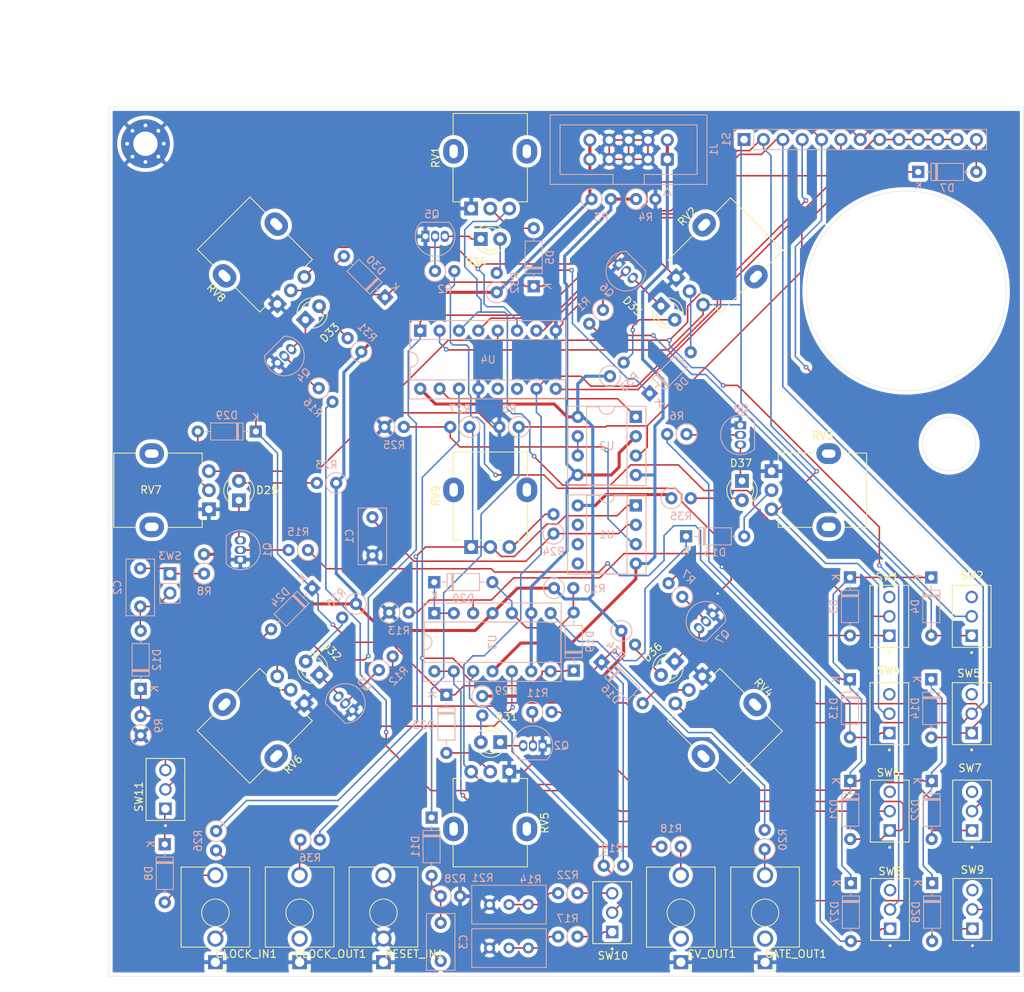
<source format=kicad_pcb>
(kicad_pcb (version 20240108) (generator "pcbnew") (generator_version "8.0")
  (layers (0 "F.Cu" signal) (31 "B.Cu" signal) (34 "B.Paste" user) (35 "F.Paste" user) (36 "B.SilkS" user "B.Silkscreen") (37 "F.SilkS" user "F.Silkscreen") (38 "B.Mask" user) (39 "F.Mask" user) (44 "Edge.Cuts" user))
  (net 0 "")
  (net 1 "Net-(D11-K)")
  (net 2 "Net-(U1A--)")
  (net 3 "Net-(D13-A)")
  (net 5 "/STEP3")
  (net 6 "Net-(C2-Pad1)")
  (net 7 "Net-(D8-K)")
  (net 8 "Net-(SW10-A)")
  (net 9 "Net-(D3-A)")
  (net 11 "/STEP1")
  (net 13 "/STEP8")
  (net 14 "Net-(D28-A)")
  (net 15 "/STEP7")
  (net 16 "Net-(D27-A)")
  (net 19 "/STEP6")
  (net 20 "Net-(D22-A)")
  (net 21 "Net-(D21-A)")
  (net 23 "/STEP5")
  (net 25 "Net-(D14-A)")
  (net 26 "/STEP4")
  (net 27 "Net-(D4-A)")
  (net 28 "/STEP2")
  (net 30 "Net-(Q2-B)")
  (net 31 "Net-(D19-A)")
  (net 32 "+12V")
  (net 33 "Net-(D12-K)")
  (net 34 "GND")
  (net 35 "Net-(SW10-B)")
  (net 36 "Net-(Q6-B)")
  (net 37 "Net-(Q5-B)")
  (net 38 "VREF")
  (net 39 "Net-(Q8-B)")
  (net 40 "Net-(D37-A)")
  (net 41 "Net-(CLOCK_OUT1-PadT)")
  (net 42 "/CLOCK")
  (net 43 "Net-(Q3-B)")
  (net 44 "Net-(D36-A)")
  (net 45 "Net-(D35-A)")
  (net 46 "Net-(D34-A)")
  (net 47 "Net-(D33-A)")
  (net 48 "Net-(D32-A)")
  (net 49 "Net-(D31-A)")
  (net 50 "Net-(D11-A)")
  (net 51 "Net-(R26-Pad1)")
  (net 52 "Net-(U1A-+)")
  (net 53 "Net-(CLOCK_IN1-PadTN)")
  (net 54 "Net-(R24-Pad2)")
  (net 55 "Net-(D25-A)")
  (net 56 "Net-(R21-Pad2)")
  (net 57 "Net-(R20-Pad2)")
  (net 58 "Net-(GATE_OUT1-PadT)")
  (net 59 "CV_OUT")
  (net 60 "Net-(U3D--)")
  (net 61 "Net-(CV_OUT1-PadT)")
  (net 62 "Net-(R14-Pad2)")
  (net 63 "Net-(Q4-B)")
  (net 64 "Net-(Q7-B)")
  (net 65 "Net-(Q1-B)")
  (net 66 "GATE_OUT")
  (net 67 "Net-(D5-A)")
  (net 68 "Net-(D37-K)")
  (net 69 "Net-(D25-K)")
  (net 70 "Net-(D31-K)")
  (net 71 "Net-(D36-K)")
  (net 72 "Net-(D35-K)")
  (net 73 "Net-(D34-K)")
  (net 74 "Net-(D33-K)")
  (net 75 "Net-(D32-K)")
  (net 76 "-12v")
  (net 77 "Net-(U2B--)")
  (net 78 "/RESET")
  (net 79 "/STEP9")
  (net 80 "Net-(D20-K)")
  (net 81 "Net-(D12-A)")
  (net 82 "Net-(D8-A)")
  (net 83 "Net-(D7-A)")
  (net 84 "Net-(C3-Pad1)")
  (net 88 "Net-(D6-A)")
  (net 89 "Net-(D15-A)")
  (net 90 "Net-(D16-A)")
  (net 91 "Net-(D23-A)")
  (net 92 "Net-(D24-A)")
  (net 93 "Net-(D29-A)")
  (net 94 "Net-(D30-A)")
  (net 97 "Net-(SW11-B)")
  (net 98 "Net-(SW10-C)")
  (footprint "Potentiometer_THT:Potentiometer_Alpha_RD901F-40-00D_Single_Vertical" (layer "F.Cu") (at 152.526551 126.175 -90)
    (property "Reference" "RV5")
    (property "Value" "B100k")
  )
  (footprint "SMTS submini toggle switch SPDT pcb mount - 2MS1T1B1M2QES:SW_2MS1T1B1M2QES" (layer "F.Cu") (at 213.226551 131.345 90)
    (property "Reference" "SW7")
    (property "Value" "SMTS-201")
  )
  (footprint "LED_THT:LED_D3.0mm" (layer "F.Cu") (at 148.786551 56.3)
    (property "Reference" "D34")
    (property "Value" "LED")
  )
  (footprint "Potentiometer_THT:Potentiometer_Alpha_RD901F-40-00D_Single_Vertical" (layer "F.Cu") (at 125.626551 117.2 -135)
    (property "Reference" "RV6")
    (property "Value" "B100k")
  )
  (footprint "Potentiometer_THT:Potentiometer_Alpha_RD901F-40-00D_Single_Vertical" (layer "F.Cu") (at 147.526551 96.7 90)
    (property "Reference" "RV9")
    (property "Value" "B250k")
  )
  (footprint "Potentiometer_THT:Potentiometer_Alpha_RD901F-40-00D_Single_Vertical" (layer "F.Cu") (at 177.846151 113.684 -45)
    (property "Reference" "RV4")
    (property "Value" "B100k")
  )
  (footprint "SMTS submini toggle switch SPDT pcb mount - 2MS1T1B1M2QES:SW_2MS1T1B1M2QES" (layer "F.Cu") (at 202.476551 144.24 90)
    (property "Reference" "SW8")
    (property "Value" "SMTS-201")
  )
  (footprint "SMTS submini toggle switch SPDT pcb mount - 2MS1T1B1M2QES:SW_2MS1T1B1M2QES" (layer "F.Cu") (at 202.376551 118.56 90)
    (property "Reference" "SW4")
    (property "Value" "SMTS-201")
  )
  (footprint "SMTS submini toggle switch SPDT pcb mount - 2MS1T1B1M2QES:SW_2MS1T1B1M2QES" (layer "F.Cu") (at 107.426551 128.495 90)
    (property "Reference" "SW11")
    (property "Value" "run/tune")
  )
  (footprint "SMTS submini toggle switch SPDT pcb mount - 2MS1T1B1M2QES:SW_2MS1T1B1M2QES" (layer "F.Cu") (at 202.426551 131.345 90)
    (property "Reference" "SW6")
    (property "Value" "SMTS-201")
  )
  (footprint "LED_THT:LED_D3.0mm" (layer "F.Cu") (at 151.336551 122.3 180)
    (property "Reference" "D31")
    (property "Value" "LED")
  )
  (footprint "SMTS submini toggle switch SPDT pcb mount - 2MS1T1B1M2QES:SW_2MS1T1B1M2QES" (layer "F.Cu") (at 213.276551 144.24 90)
    (property "Reference" "SW9")
    (property "Value" "SMTS-201")
  )
  (footprint "LED_THT:LED_D3.0mm" (layer "F.Cu") (at 127.626551 113.5 135)
    (property "Reference" "D32")
    (property "Value" "LED")
  )
  (footprint "SMTS submini toggle switch SPDT pcb mount - 2MS1T1B1M2QES:SW_2MS1T1B1M2QES" (layer "F.Cu") (at 213.176551 105.795 90)
    (property "Reference" "SW2")
    (property "Value" "SMTS-201")
  )
  (footprint "LED_THT:LED_D3.0mm" (layer "F.Cu") (at 172.426551 65.1 -45)
    (property "Reference" "D35")
    (property "Value" "LED")
  )
  (footprint "Potentiometer_THT:Potentiometer_Alpha_RD901F-40-00D_Single_Vertical" (layer "F.Cu") (at 186.926551 86.75)
    (property "Reference" "RV3")
    (property "Value" "B100k")
  )
  (footprint "SMTS submini toggle switch SPDT pcb mount - 2MS1T1B1M2QES:SW_2MS1T1B1M2QES" (layer "F.Cu") (at 166.026551 144.66 90)
    (property "Reference" "SW10")
    (property "Value" "5v/2.5v")
  )
  (footprint "SMTS submini toggle switch SPDT pcb mount - 2MS1T1B1M2QES:SW_2MS1T1B1M2QES" (layer "F.Cu") (at 213.176551 118.56 90)
    (property "Reference" "SW5")
    (property "Value" "SMTS-201")
  )
  (footprint "Potentiometer_THT:Potentiometer_Alpha_RD901F-40-00D_Single_Vertical" (layer "F.Cu") (at 113.126551 91.75 180)
    (property "Reference" "RV7")
    (property "Value" "B100k")
  )
  (footprint "LED_THT:LED_D3.0mm" (layer "F.Cu") (at 183.051551 88.025 -90)
    (property "Reference" "D37")
    (property "Value" "LED")
  )
  (footprint "LED_THT:LED_D3.0mm" (layer "F.Cu") (at 125.786551 66.9016 45)
    (property "Reference" "D33")
    (property "Value" "LED")
  )
  (footprint "SMTS submini toggle switch SPDT pcb mount - 2MS1T1B1M2QES:SW_2MS1T1B1M2QES" (layer "F.Cu") (at 202.376551 105.795 90)
    (property "Reference" "SW1")
    (property "Value" "SMTS-201")
  )
  (footprint "LED_THT:LED_D3.0mm" (layer "F.Cu") (at 174.228151 111.6984 -135)
    (property "Reference" "D36")
    (property "Value" "LED")
  )
  (footprint "Connector_Audio:Jack_3.5mm_QingPu_WQP-PJ398SM_Vertical_CircularHoles" (layer "F.Cu") (at 175.026551 151.16 180)
    (property "Reference" "CV_OUT1")
    (property "Value" "PJ3001F")
  )
  (footprint "MountingHole:MountingHole_3.2mm_M3_Pad_Via" (layer "F.Cu") (at 104.802944 43.802944)
    (property "Reference" "H1" (hide yes))
    (property "Value" "MountingHole")
  )
  (footprint "Connector_Audio:Jack_3.5mm_QingPu_WQP-PJ398SM_Vertical_CircularHoles" (layer "F.Cu") (at 125.026551 151.16 180)
    (property "Reference" "CLOCK_OUT1")
    (property "Value" "PJ3001F")
  )
  (footprint "Connector_Audio:Jack_3.5mm_QingPu_WQP-PJ398SM_Vertical_CircularHoles" (layer "F.Cu") (at 113.976551 151.16 180)
    (property "Reference" "CLOCK_IN1")
    (property "Value" "PJ3001F")
  )
  (footprint "Potentiometer_THT:Potentiometer_Alpha_RD901F-40-00D_Single_Vertical" (layer "F.Cu") (at 147.526551 52.3 90)
    (property "Reference" "RV1")
    (property "Value" "B100k")
  )
  (footprint "Connector_Audio:Jack_3.5mm_QingPu_WQP-PJ398SM_Vertical_CircularHoles" (layer "F.Cu") (at 136.026551 151.16 180)
    (property "Reference" "RESET_IN1")
    (property "Value" "PJ3001F")
  )
  (footprint "Connector_Audio:Jack_3.5mm_QingPu_WQP-PJ398SM_Vertical_CircularHoles" (layer "F.Cu") (at 186.076551 151.16 180)
    (property "Reference" "GATE_OUT1")
    (property "Value" "PJ3001F")
  )
  (footprint "Potentiometer_THT:Potentiometer_Alpha_RD901F-40-00D_Single_Vertical" (layer "F.Cu") (at 174.410598 61.3804 45)
    (property "Reference" "RV2")
    (property "Value" "B100k")
  )
  (footprint "Potentiometer_THT:Potentiometer_Alpha_RD901F-40-00D_Single_Vertical" (layer "F.Cu") (at 122.106971 64.815954 135)
    (property "Reference" "RV8")
    (property "Value" "B100k")
  )
  (footprint "LED_THT:LED_D3.0mm" (layer "F.Cu") (at 117.061551 90.575 90)
    (property "Reference" "D25")
    (property "Value" "LED")
  )
  (footprint "Resistor_THT:R_Axial_DIN0207_L6.3mm_D2.5mm_P2.54mm_Vertical" (layer "B.Cu") (at 163.311551 51.07)
    (property "Reference" "R3")
    (property "Value" "100k")
  )
  (footprint "Resistor_THT:R_Axial_DIN0207_L6.3mm_D2.5mm_P2.54mm_Vertical" (layer "B.Cu") (at 136.156551 80.95)
    (property "Reference" "R25")
    (property "Value" "100k")
  )
  (footprint "Diode_THT:D_DO-35_SOD27_P7.62mm_Horizontal" (layer "B.Cu") (at 144.276551 116.09 -90)
    (property "Reference" "D23")
    (property "Value" "1N4148")
  )
  (footprint "Package_TO_SOT_THT:TO-92_Inline" (layer "B.Cu") (at 141.526551 55.95)
    (property "Reference" "Q5")
    (property "Value" "2N3904")
  )
  (footprint "Resistor_THT:R_Axial_DIN0207_L6.3mm_D2.5mm_P2.54mm_Vertical" (layer "B.Cu") (at 164.815451 65.6111 -135)
    (property "Reference" "R1")
    (property "Value" "100k")
  )
  (footprint "Resistor_THT:R_Axial_DIN0207_L6.3mm_D2.5mm_P2.54mm_Vertical" (layer "B.Cu") (at 135.430451 112.8461 45)
    (property "Reference" "R12")
    (property "Value" "100k")
  )
  (footprint "Connector_PinHeader_2.54mm:PinHeader_1x13_P2.54mm_Vertical" (layer "B.Cu") (at 183.326551 43.25 -90)
    (property "Reference" "S1")
    (property "Value" "SWITCH_ROTARY_1X12")
  )
  (footprint "Resistor_THT:R_Axial_DIN0207_L6.3mm_D2.5mm_P2.54mm_Vertical" (layer "B.Cu") (at 153.771551 80.95 180)
    (property "Reference" "R5")
    (property "Value" "100k")
  )
  (footprint "Resistor_THT:R_Axial_DIN0207_L6.3mm_D2.5mm_P2.54mm_Vertical" (layer "B.Cu") (at 133.120651 71.0941 135)
    (property "Reference" "R31")
    (property "Value" "1k")
  )
  (footprint "Resistor_THT:R_Axial_DIN0207_L6.3mm_D2.5mm_P2.54mm_Vertical" (layer "B.Cu") (at 143.531551 142.5)
    (property "Reference" "R28")
    (property "Value" "100k")
  )
  (footprint "Resistor_THT:R_Axial_DIN0207_L6.3mm_D2.5mm_P2.54mm_Vertical" (layer "B.Cu") (at 129.821551 88.3 180)
    (property "Reference" "R23")
    (property "Value" "1k")
  )
  (footprint "Resistor_THT:R_Axial_DIN0207_L6.3mm_D2.5mm_P2.54mm_Vertical" (layer "B.Cu") (at 125.136551 135.1)
    (property "Reference" "R36")
    (property "Value" "1k")
  )
  (footprint "Package_DIP:DIP-8_W7.62mm_Socket" (layer "B.Cu") (at 169.126551 91.25 180)
    (property "Reference" "U1")
    (property "Value" "TL072")
  )
  (footprint "Resistor_THT:R_Axial_DIN0207_L6.3mm_D2.5mm_P2.54mm_Vertical" (layer "B.Cu") (at 158.386551 102.1)
    (property "Reference" "R10")
    (property "Value" "100k")
  )
  (footprint "Capacitor_THT:C_Rect_L7.2mm_W3.5mm_P5.00mm_FKS2_FKP2_MKS2_MKP2" (layer "B.Cu") (at 143.526551 151 90)
    (property "Reference" "C3")
    (property "Value" "1nf")
  )
  (footprint "Diode_THT:D_DO-35_SOD27_P7.62mm_Horizontal" (layer "B.Cu") (at 126.670651 102.1059 -135)
    (property "Reference" "D24")
    (property "Value" "1N4148")
  )
  (footprint "Package_DIP:DIP-8_W7.62mm_Socket" (layer "B.Cu") (at 169.126551 79.63 180)
    (property "Reference" "U2")
    (property "Value" "TL072")
  )
  (footprint "Capacitor_THT:C_Rect_L7.2mm_W3.5mm_P5.00mm_FKS2_FKP2_MKS2_MKP2" (layer "B.Cu") (at 104.126551 99.5 -90)
    (property "Reference" "C2")
    (property "Value" "100nF")
  )
  (footprint "Potentiometer_THT:Potentiometer_Bourns_3296W_Vertical" (layer "B.Cu") (at 149.946551 143.6 180)
    (property "Reference" "R21")
    (property "Value" "2k")
  )
  (footprint "Connector_PinHeader_2.54mm:PinHeader_1x02_P2.54mm_Vertical" (layer "B.Cu") (at 108.026551 100.2 180)
    (property "Reference" "SW3")
    (property "Value" "next step")
  )
  (footprint "Diode_THT:D_DO-35_SOD27_P7.62mm_Horizontal" (layer "B.Cu") (at 197.256551 127.39 -90)
    (property "Reference" "D21")
    (property "Value" "1N4148")
  )
  (footprint "Potentiometer_THT:Potentiometer_Bourns_3296W_Vertical" (layer "B.Cu") (at 149.946551 149.3 180)
    (property "Reference" "R14")
    (property "Value" "5k")
  )
  (footprint "Resistor_THT:R_Axial_DIN0207_L6.3mm_D2.5mm_P2.54mm_Vertical" (layer "B.Cu") (at 132.415451 104.1611 -135)
    (property "Reference" "R30")
    (property "Value" "1k")
  )
  (footprint "Resistor_THT:R_Axial_DIN0207_L6.3mm_D2.5mm_P2.54mm_Vertical" (layer "B.Cu") (at 175.026551 136 180)
    (property "Reference" "R18")
    (property "Value" "1k")
  )
  (footprint "Resistor_THT:R_Axial_DIN0207_L6.3mm_D2.5mm_P2.54mm_Vertical" (layer "B.Cu") (at 186.026551 136.345 90)
    (property "Reference" "R20")
    (property "Value" "100k")
  )
  (footprint "Diode_THT:D_DO-35_SOD27_P7.62mm_Horizontal" (layer "B.Cu") (at 170.932451 76.5441 45)
    (property "Reference" "D6")
    (property "Value" "1N4148")
  )
  (footprint "Resistor_THT:R_Axial_DIN0207_L6.3mm_D2.5mm_P2.54mm_Vertical" (layer "B.Cu") (at 173.786551 90.3)
    (property "Reference" "R35")
    (property "Value" "1k")
  )
  (footprint "Resistor_THT:R_Axial_DIN0207_L6.3mm_D2.5mm_P2.54mm_Vertical" (layer "B.Cu") (at 164.926551 138.5)
    (property "Reference" "R19")
    (property "Value" "68k")
  )
  (footprint "Diode_THT:D_DO-35_SOD27_P7.62mm_Horizontal" (layer "B.Cu") (at 197.326551 140.785 -90)
    (property "Reference" "D27")
    (property "Value" "1N4148")
  )
  (footprint "Resistor_THT:R_Axial_DIN0207_L6.3mm_D2.5mm_P2.54mm_Vertical" (layer "B.Cu") (at 142.781551 60.5)
    (property "Reference" "R2")
    (property "Value" "100k")
  )
  (footprint "Diode_THT:D_DO-35_SOD27_P7.62mm_Horizontal" (layer "B.Cu") (at 207.986551 140.785 -90)
    (property "Reference" "D28")
    (property "Value" "1N4148")
  )
  (footprint "Diode_THT:D_DO-35_SOD27_P7.62mm_Horizontal" (layer "B.Cu") (at 207.926551 127.39 -90)
    (property "Reference" "D22")
    (property "Value" "1N4148")
  )
  (footprint "Package_TO_SOT_THT:TO-92_Inline" (layer "B.Cu") (at 166.921351 59.6092 -45)
    (property "Reference" "Q6")
    (property "Value" "2N3904")
  )
  (footprint "Resistor_THT:R_Axial_DIN0207_L6.3mm_D2.5mm_P2.54mm_Vertical" (layer "B.Cu") (at 112.481551 100.195 90)
    (property "Reference" "R8")
    (property "Value" "10k")
  )
  (footprint "Resistor_THT:R_Axial_DIN0207_L6.3mm_D2.5mm_P2.54mm_Vertical" (layer "B.Cu") (at 155.531551 118.35)
    (property "Reference" "R11")
    (property "Value" "100k")
  )
  (footprint "Resistor_THT:R_Axial_DIN0207_L6.3mm_D2.5mm_P2.54mm_Vertical" (layer "B.Cu") (at 148.981551 116.255 -90)
    (property "Reference" "R29")
    (property "Value" "1k")
  )
  (footprint "Resistor_THT:R_Axial_DIN0207_L6.3mm_D2.5mm_P2.54mm_Vertical" (layer "B.Cu") (at 114.071551 133.955 -90)
    (property "Reference" "R26")
    (property "Value" "1k")
  )
  (footprint "Resistor_THT:R_Axial_DIN0207_L6.3mm_D2.5mm_P2.54mm_Vertical" (layer "B.Cu") (at 104.176551 121.395 90)
    (property "Reference" "R9")
    (property "Value" "1k")
  )
  (footprint "Diode_THT:D_DO-35_SOD27_P7.62mm_Horizontal" (layer "B.Cu") (at 197.206551 114.06 -90)
    (property "Reference" "D13")
    (property "Value" "1N4148")
  )
  (footprint "Diode_THT:D_DO-35_SOD27_P7.62mm_Horizontal" (layer "B.Cu") (at 104.176551 115.31 90)
    (property "Reference" "D12")
    (property "Value" "1N4148")
  )
  (footprint "Resistor_THT:R_Axial_DIN0207_L6.3mm_D2.5mm_P2.54mm_Vertical" (layer "B.Cu") (at 175.215451 103.2389 135)
    (property "Reference" "R7")
    (property "Value" "100k")
  )
  (footprint "Diode_THT:D_DO-35_SOD27_P7.62mm_Horizontal" (layer "B.Cu") (at 207.876551 114.06 -90)
    (property "Reference" "D14")
    (property "Value" "1N4148")
  )
  (footprint "Diode_THT:D_DO-35_SOD27_P7.62mm_Horizontal" (layer "B.Cu") (at 136.220651 63.9441 135)
    (property "Reference" "D30")
    (property "Value" "1N4148")
  )
  (footprint "Diode_THT:D_DO-35_SOD27_P7.62mm_Horizontal" (layer "B.Cu") (at 175.716551 95.3)
    (property "Reference" "D15")
    (property "Value" "1N4148")
  )
  (footprint "Connector_IDC:IDC-Header_2x05_P2.54mm_Vertical" (layer "B.Cu") (at 173.256551 45.85 90)
    (property "Reference" "J1")
    (property "Value" "POWER")
  )
  (footprint "Diode_THT:D_DO-35_SOD27_P7.62mm_Horizontal" (layer "B.Cu") (at 206.166551 47.5)
    (property "Reference" "D7")
    (property "Value" "1N4148")
  )
  (footprint "Package_TO_SOT_THT:TO-92_Inline" (layer "B.Cu") (at 117.251551 98.36 90)
    (property "Reference" "Q1")
    (property "Value" "2N3904")
  )
  (footprint "Resistor_THT:R_Axial_DIN0207_L6.3mm_D2.5mm_P2.54mm_Vertical" (layer "B.Cu") (at 127.537651 75.8611 -45)
    (property "Reference" "R16")
    (property "Value" "100k")
  )
  (footprint "Diode_THT:D_DO-35_SOD27_P7.62mm_Horizontal" (layer "B.Cu") (at 155.726551 62.51 90)
    (property "Reference" "D5")
    (property "Value" "1N4148")
  )
  (footprint "Resistor_THT:R_Axial_DIN0207_L6.3mm_D2.5mm_P2.54mm_Vertical" (layer "B.Cu") (at 167.230451 107.7039 -45)
    (property "Reference" "R34")
    (property "Value" "1k")
  )
  (footprint "Diode_THT:D_DO-35_SOD27_P7.62mm_Horizontal" (layer "B.Cu") (at 119.286551 81.55 180)
    (property "Reference" "D29")
    (property "Value" "1N4148")
  )
  (footprint "Resistor_THT:R_Axial_DIN0207_L6.3mm_D2.5mm_P2.54mm_Vertical" (layer "B.Cu") (at 161.471551 142.1 180)
    (property "Reference" "R22")
    (property "Value" "18k")
  )
  (footprint "Diode_THT:D_DO-35_SOD27_P7.62mm_Horizontal" (layer "B.Cu") (at 207.876551 100.695 -90)
    (property "Reference" "D4")
    (property "Value" "1N4148")
  )
  (footprint "Diode_THT:D_DO-35_SOD27_P7.62mm_Horizontal" (layer "B.Cu") (at 160.976551 112.91 90)
    (property "Reference" "D19")
    (property "Value" "1N4148")
  )
  (footprint "Resistor_THT:R_Axial_DIN0207_L6.3mm_D2.5mm_P2.54mm_Vertical" (layer "B.Cu") (at 136.781551 105.3)
    (property "Reference" "R13")
    (property "Value" "100k")
  )
  (footprint "Resistor_THT:R_Axial_DIN0207_L6.3mm_D2.5mm_P2.54mm_Vertical" (layer "B.Cu") (at 126.121551 97.1 180)
    (property "Reference" "R15")
    (property "Value" "100k")
  )
  (footprint "Diode_THT:D_DO-35_SOD27_P7.62mm_Horizontal" (layer "B.Cu") (at 164.632451 111.8059 -45)
    (property "Reference" "D16")
    (property "Value" "1N4148")
  )
  (footprint "Resistor_THT:R_Axial_DIN0207_L6.3mm_D2.5mm_P2.54mm_Vertical" (layer "B.Cu") (at 150.876551 63.295 90)
    (property "Reference" "R32")
    (property "Value" "1k")
  )
  (footprint "Resistor_THT:R_Axial_DIN0207_L6.3mm_D2.5mm_P2.54mm_Vertical" (layer "B.Cu") (at 165.730451 74.2961 45)
    (property "Reference" "R33")
    (property "Value" "1k")
  )
  (footprint "Diode_THT:D_DO-35_SOD27_P7.62mm_Horizontal" (layer "B.Cu") (at 142.336551 132.19 -90)
    (property "Reference" "D11")
    (property "Value" "1N4148")
  )
  (footprint "Resistor_THT:R_Axial_DIN0207_L6.3mm_D2.5mm_P2.54mm_Vertical" (layer "B.Cu") (at 161.471551 147.8 180)
    (property "Reference" "R17")
    (property "Value" "51k")
  )
  (footprint "Package_TO_SOT_THT:TO-92_Inline" (layer "B.Cu") (at 156.896551 122.76 180)
    (property "Reference" "Q2")
    (property "Value" "2N3904")
  )
  (footprint "Diode_THT:D_DO-35_SOD27_P7.62mm_Horizontal" (layer "B.Cu") (at 197.216551 100.685 -90)
    (property "Reference" "D3")
    (property "Value" "1N4148")
  )
  (footprint "Package_TO_SOT_THT:TO-92_Inline" (layer "B.Cu") (at 179.220651 105.552 -135)
    (property "Reference" "Q7")
    (property "Value" "2N3904")
  )
  (footprint "Package_TO_SOT_THT:TO-92_Inline" (layer "B.Cu") (at 122.130451 72.5461 45)
    (property "Reference" "Q4")
    (property "Value" "2N3904")
  )
  (footprint "Resistor_THT:R_Axial_DIN0207_L6.3mm_D2.5mm_P2.54mm_Vertical" (layer "B.Cu") (at 147.316551 80.95 180)
    (property "Reference" "R27")
    (property "Value" "100k")
  )
  (footprint "Diode_THT:D_DO-35_SOD27_P7.62mm_Horizontal" (layer "B.Cu") (at 107.336551 135.69 -90)
    (property "Reference" "D8")
    (property "Value" "1N4148")
  )
  (footprint "Diode_THT:D_DO-35_SOD27_P7.62mm_Horizontal" (layer "B.Cu") (at 142.686551 101.31)
    (property "Reference" "D20")
    (property "Value" "1N4148")
  )
  (footprint "Package_DIP:DIP-14_W7.62mm_Socket" (layer "B.Cu") (at 142.706551 105.38 -90)
    (property "Reference" "U3")
    (property "Value" "TL074")
  )
  (footprint "Resistor_THT:R_Axial_DIN0207_L6.3mm_D2.5mm_P2.54mm_Vertical" (layer "B.Cu") (at 169.156551 51.065)
    (property "Reference" "R4")
    (property "Value" "33k")
  )
  (footprint "Resistor_THT:R_Axial_DIN0207_L6.3mm_D2.5mm_P2.54mm_Vertical" (layer "B.Cu") (at 158.326551 94.945 90)
    (property "Reference" "R24")
    (property "Value" "6.8k")
  )
  (footprint "Capacitor_THT:C_Rect_L7.2mm_W3.5mm_P5.00mm_FKS2_FKP2_MKS2_MKP2" (layer "B.Cu") (at 134.576551 92.8 -90)
    (property "Reference" "C1")
    (property "Value" "1uf")
  )
  (footprint "Package_TO_SOT_THT:TO-92_Inline" (layer "B.Cu") (at 131.910251 118.1163 135)
    (property "Reference" "Q3")
    (property "Value" "2N3904")
  )
  (footprint "Package_TO_SOT_THT:TO-92_Inline" (layer "B.Cu") (at 182.841551 80.73 -90)
    (property "Reference" "Q8")
    (property "Value" "2N3904")
  )
  (footprint "Resistor_THT:R_Axial_DIN0207_L6.3mm_D2.5mm_P2.54mm_Vertical" (layer "B.Cu") (at 175.771551 81.9 180)
    (property "Reference" "R6")
    (property "Value" "100k")
  )
  (footprint "Package_DIP:DIP-16_W7.62mm_Socket" (layer "B.Cu") (at 140.846551 68.32 -90)
    (property "Reference" "U4")
    (property "Value" "4017")
  )
  (gr_circle (center 210.226551 83.2) (end 213.726551 83.2) (stroke (width 0.05)) (fill none) (layer "Edge.Cuts"))
  (gr_circle (center 204.576551 63.1) (end 217.676551 63.1) (stroke (width 0.05)) (fill none) (layer "Edge.Cuts"))
  (gr_rect (start 100 39) (end 220 153) (stroke (width 0.05)) (fill none) (layer "Edge.Cuts"))
  (segment (start 170.626551 80.8) (end 170.626551 80.8698) (width 0.2) (layer "F.Cu") (net 1))
  (segment (start 170.626551 80.8698) (end 170.571551 80.815) (width 0.2) (layer "F.Cu") (net 1))
  (segment (start 142.326551 132.2) (end 142.336551 132.19) (width 0.2) (layer "F.Cu") (net 1))
  (segment (start 170.571551 80.815) (end 165.322551 80.815) (width 0.2) (layer "F.Cu") (net 1))
  (segment (start 206.166551 47.5) (end 198.226551 47.5) (width 0.2) (layer "F.Cu") (net 1))
  (segment (start 165.322551 80.815) (end 165.187551 80.95) (width 0.2) (layer "F.Cu") (net 1))
  (segment (start 190.896551 54.83) (end 190.896551 60.53) (width 0.2) (layer "F.Cu") (net 1))
  (segment (start 169.516551 84.71) (end 170.626551 83.6) (width 0.2) (layer "F.Cu") (net 1))
  (segment (start 190.896551 60.53) (end 170.626551 80.8) (width 0.2) (layer "F.Cu") (net 1))
  (segment (start 165.187551 80.95) (end 153.771551 80.95) (width 0.2) (layer "F.Cu") (net 1))
  (segment (start 170.626551 83.6) (end 170.626551 80.8698) (width 0.2) (layer "F.Cu") (net 1))
  (segment (start 169.126551 84.71) (end 169.516551 84.71) (width 0.2) (layer "F.Cu") (net 1))
  (segment (start 198.226551 47.5) (end 190.896551 54.83) (width 0.2) (layer "F.Cu") (net 1))
  (segment (start 143.920551 102.733) (end 143.920551 113.764) (width 0.2) (layer "B.Cu") (net 1))
  (segment (start 148.826551 97.827) (end 143.920551 102.733) (width 0.2) (layer "B.Cu") (net 1))
  (segment (start 143.920551 113.764) (end 142.336551 115.348) (width 0.2) (layer "B.Cu") (net 1))
  (segment (start 142.336551 115.348) (end 142.336551 132.19) (width 0.2) (layer "B.Cu") (net 1))
  (segment (start 153.771551 87.455) (end 148.826551 92.4) (width 0.2) (layer "B.Cu") (net 1))
  (segment (start 153.771551 80.95) (end 153.771551 87.455) (width 0.2) (layer "B.Cu") (net 1))
  (segment (start 148.826551 92.4) (end 148.826551 97.827) (width 0.2) (layer "B.Cu") (net 1))
  (segment (start 134.576551 92.8) (end 134.576551 93.1216) (width 0.2) (layer "F.Cu") (net 2))
  (segment (start 134.326551 92.55) (end 134.576551 92.8) (width 0.2) (layer "F.Cu") (net 2))
  (segment (start 140.018551 98.564) (end 154.707551 98.564) (width 0.2) (layer "F.Cu") (net 2))
  (segment (start 169.126551 93.79) (end 168.024551 93.79) (width 0.2) (layer "F.Cu") (net 2))
  (segment (start 134.576551 93.1216) (end 140.018551 98.564) (width 0.2) (layer "F.Cu") (net 2))
  (segment (start 154.707551 98.564) (end 158.326551 94.945) (width 0.2) (layer "F.Cu") (net 2))
  (segment (start 168.024551 93.79) (end 166.869551 94.945) (width 0.2) (layer "F.Cu") (net 2))
  (segment (start 166.869551 94.945) (end 158.326551 94.945) (width 0.2) (layer "F.Cu") (net 2))
  (segment (start 201.257551 121.1) (end 200.677551 121.68) (width 0.2) (layer "F.Cu") (net 3))
  (segment (start 202.376551 121.1) (end 201.257551 121.1) (width 0.2) (layer "F.Cu") (net 3))
  (segment (start 200.677551 121.68) (end 197.206551 121.68) (width 0.2) (layer "F.Cu") (net 3))
  (segment (start 178.693551 98.5667) (end 178.693551 88.4634) (width 0.2) (layer "B.Cu") (net 3))
  (segment (start 178.693551 88.4634) (end 173.231551 83.0017) (width 0.2) (layer "B.Cu") (net 3))
  (segment (start 197.206551 121.68) (end 197.206551 117.08) (width 0.2) (layer "B.Cu") (net 3))
  (segment (start 173.231551 83.0017) (end 173.231551 81.9) (width 0.2) (layer "B.Cu") (net 3))
  (segment (start 197.206551 117.08) (end 178.693551 98.5667) (width 0.2) (layer "B.Cu") (net 3))
  (segment (start 148.466551 68.32) (end 150.096551 66.6897) (width 0.2) (layer "F.Cu") (net 5))
  (segment (start 186.926551 91.75) (end 187.854551 91.75) (width 0.2) (layer "F.Cu") (net 5))
  (segment (start 174.126551 53) (end 182.426551 44.7) (width 0.2) (layer "F.Cu") (net 5))
  (segment (start 171.599251 53) (end 174.126551 53) (width 0.2) (layer "F.Cu") (net 5))
  (segment (start 187.854551 91.75) (end 192.845551 86.7591) (width 0.2) (layer "F.Cu") (net 5))
  (segment (start 157.909551 66.6897) (end 171.599251 53) (width 0.2) (layer "F.Cu") (net 5))
  (segment (start 185.506251 43.25) (end 185.866551 43.25) (width 0.2) (layer "F.Cu") (net 5))
  (segment (start 150.096551 66.6897) (end 157.909551 66.6897) (width 0.2) (layer "F.Cu") (net 5))
  (segment (start 184.056251 44.7) (end 185.506251 43.25) (width 0.2) (layer "F.Cu") (net 5))
  (segment (start 182.426551 44.7) (end 184.056251 44.7) (width 0.2) (layer "F.Cu") (net 5))
  (via (at 192.845551 86.7591) (size 0.6) (drill 0.3) (layers "F.Cu" "B.Cu") (net 5))
  (segment (start 186.856551 80.7701) (end 192.845551 86.7591) (width 0.2) (layer "B.Cu") (net 5))
  (segment (start 200.954551 101.598) (end 200.954551 117.778) (width 0.2) (layer "B.Cu") (net 5))
  (segment (start 201.736551 118.56) (end 202.376551 118.56) (width 0.2) (layer "B.Cu") (net 5))
  (segment (start 194.036551 98.86) (end 198.216551 98.86) (width 0.2) (layer "B.Cu") (net 5))
  (segment (start 198.216551 98.86) (end 200.954551 101.598) (width 0.2) (layer "B.Cu") (net 5))
  (segment (start 185.866551 44.4017) (end 186.856551 45.3917) (width 0.2) (layer "B.Cu") (net 5))
  (segment (start 186.926551 91.75) (end 194.036551 98.86) (width 0.2) (layer "B.Cu") (net 5))
  (segment (start 186.856551 45.3917) (end 186.856551 80.7701) (width 0.2) (layer "B.Cu") (net 5))
  (segment (start 185.866551 43.25) (end 185.866551 44.4017) (width 0.2) (layer "B.Cu") (net 5))
  (segment (start 200.954551 117.778) (end 201.736551 118.56) (width 0.2) (layer "B.Cu") (net 5))
  (segment (start 112.481551 100.195) (end 109.183551 100.195) (width 0.2) (layer "F.Cu") (net 6))
  (segment (start 109.183551 100.195) (end 109.178551 100.2) (width 0.2) (layer "F.Cu") (net 6))
  (segment (start 109.178551 100.2) (end 108.026551 100.2) (width 0.2) (layer "F.Cu") (net 6))
  (segment (start 104.126551 99.5) (end 107.326551 99.5) (width 0.2) (layer "F.Cu") (net 6))
  (segment (start 107.326551 99.5) (end 108.026551 100.2) (width 0.2) (layer "F.Cu") (net 6))
  (segment (start 107.336551 131.125) (end 107.426551 131.035) (width 0.2) (layer "F.Cu") (net 7))
  (segment (start 107.336551 135.69) (end 107.336551 131.125) (width 0.2) (layer "F.Cu") (net 7))
  (segment (start 164.307551 147.8) (end 161.471551 147.8) (width 0.2) (layer "F.Cu") (net 8))
  (segment (start 166.026551 147.2) (end 164.907551 147.2) (width 0.2) (layer "F.Cu") (net 8))
  (segment (start 164.907551 147.2) (end 164.307551 147.8) (width 0.2) (layer "F.Cu") (net 8))
  (segment (start 175.125551 90.7234) (end 192.706551 108.305) (width 0.2) (layer "F.Cu") (net 9))
  (segment (start 201.227551 108.305) (end 197.216551 108.305) (width 0.2) (layer "F.Cu") (net 9))
  (segment (start 152.817551 87.2469) (end 157.073451 87.2469) (width 0.2) (layer "F.Cu") (net 9))
  (segment (start 158.821951 88.9954) (end 174.324551 88.9954) (width 0.2) (layer "F.Cu") (net 9))
  (segment (start 175.125551 89.7962) (end 175.125551 90.7234) (width 0.2) (layer "F.Cu") (net 9))
  (segment (start 201.257551 108.335) (end 201.227551 108.305) (width 0.2) (layer "F.Cu") (net 9))
  (segment (start 202.376551 108.335) (end 201.257551 108.335) (width 0.2) (layer "F.Cu") (net 9))
  (segment (start 152.814551 87.25) (end 152.817551 87.2469) (width 0.2) (layer "F.Cu") (net 9))
  (segment (start 157.073451 87.2469) (end 158.821951 88.9954) (width 0.2) (layer "F.Cu") (net 9))
  (segment (start 150.726551 87.25) (end 152.814551 87.25) (width 0.2) (layer "F.Cu") (net 9))
  (segment (start 174.324551 88.9954) (end 175.125551 89.7962) (width 0.2) (layer "F.Cu") (net 9))
  (segment (start 192.706551 108.305) (end 197.216551 108.305) (width 0.2) (layer "F.Cu") (net 9))
  (via (at 150.726551 87.25) (size 0.6) (drill 0.3) (layers "F.Cu" "B.Cu") (net 9))
  (segment (start 147.726551 79.7) (end 147.476551 79.45) (width 0.2) (layer "B.Cu") (net 9))
  (segment (start 145.321551 62.355) (end 145.321551 60.5) (width 0.2) (layer "B.Cu") (net 9))
  (segment (start 149.274551 85.7975) (end 149.274551 80.5975) (width 0.2) (layer "B.Cu") (net 9))
  (segment (start 147.476551 76.9) (end 147.196551 76.62) (width 0.2) (layer "B.Cu") (net 9))
  (segment (start 145.126551 70.2) (end 144.804551 69.878) (width 0.2) (layer "B.Cu") (net 9))
  (segment (start 148.376551 79.7) (end 147.726551 79.7) (width 0.2) (layer "B.Cu") (net 9))
  (segment (start 144.804551 62.872) (end 145.321551 62.355) (width 0.2) (layer "B.Cu") (net 9))
  (segment (start 149.274551 80.5975) (end 148.376551 79.7) (width 0.2) (layer "B.Cu") (net 9))
  (segment (start 147.196551 70.47) (end 146.926551 70.2) (width 0.2) (layer "B.Cu") (net 9))
  (segment (start 144.804551 69.878) (end 144.804551 62.872) (width 0.2) (layer "B.Cu") (net 9))
  (segment (start 146.926551 70.2) (end 145.126551 70.2) (width 0.2) (layer "B.Cu") (net 9))
  (segment (start 147.196551 76.62) (end 147.196551 70.47) (width 0.2) (layer "B.Cu") (net 9))
  (segment (start 150.726551 87.25) (end 149.274551 85.7975) (width 0.2) (layer "B.Cu") (net 9))
  (segment (start 147.476551 79.45) (end 147.476551 76.9) (width 0.2) (layer "B.Cu") (net 9))
  (segment (start 184.526551 91.1468) (end 199.174551 105.795) (width 0.2) (layer "F.Cu") (net 11))
  (segment (start 155.786551 84.8) (end 155.786551 84.84) (width 0.2) (layer "F.Cu") (net 11))
  (segment (start 178.068551 89.2925) (end 183.768551 89.2925) (width 0.2) (layer "F.Cu") (net 11))
  (segment (start 174.708551 85.9322) (end 178.068551 89.2925) (width 0.2) (layer "F.Cu") (net 11))
  (segment (start 165.781851 88.5947) (end 168.444351 85.9322) (width 0.2) (layer "F.Cu") (net 11))
  (segment (start 168.444351 85.9322) (end 174.708551 85.9322) (width 0.2) (layer "F.Cu") (net 11))
  (segment (start 199.174551 105.795) (end 202.376551 105.795) (width 0.2) (layer "F.Cu") (net 11))
  (segment (start 183.768551 89.2925) (end 184.526551 90.05) (width 0.2) (layer "F.Cu") (net 11))
  (segment (start 159.541251 88.5947) (end 165.781851 88.5947) (width 0.2) (layer "F.Cu") (net 11))
  (segment (start 155.786551 84.84) (end 159.541251 88.5947) (width 0.2) (layer "F.Cu") (net 11))
  (segment (start 184.526551 90.05) (end 184.526551 91.1468) (width 0.2) (layer "F.Cu") (net 11))
  (via (at 155.786551 84.8) (size 0.6) (drill 0.3) (layers "F.Cu" "B.Cu") (net 11))
  (segment (start 148.826551 65.884) (end 148.392551 65.884) (width 0.2) (layer "B.Cu") (net 11))
  (segment (start 151.910551 65.884) (end 148.826551 65.884) (width 0.2) (layer "B.Cu") (net 11))
  (segment (start 152.276551 66.25) (end 151.910551 65.884) (width 0.2) (layer "B.Cu") (net 11))
  (segment (start 155.786551 84.8) (end 155.216551 84.23) (width 0.2) (layer "B.Cu") (net 11))
  (segment (start 154.116551 79.22) (end 152.896551 79.22) (width 0.2) (layer "B.Cu") (net 11))
  (segment (start 146.676551 59.95) (end 146.676551 55.1) (width 0.2) (layer "B.Cu") (net 11))
  (segment (start 148.276551 63.7) (end 148.276551 61.55) (width 0.2) (layer "B.Cu") (net 11))
  (segment (start 147.776551 54) (end 150.826551 54) (width 0.2) (layer "B.Cu") (net 11))
  (segment (start 145.956551 68.32) (end 145.926551 68.32) (width 0.2) (layer "B.Cu") (net 11))
  (segment (start 148.826551 65.884) (end 148.826551 64.25) (width 0.2) (layer "B.Cu") (net 11))
  (segment (start 148.392551 65.884) (end 145.956551 68.32) (width 0.2) (layer "B.Cu") (net 11))
  (segment (start 148.826551 64.25) (end 148.276551 63.7) (width 0.2) (layer "B.Cu") (net 11))
  (segment (start 152.276551 78.6) (end 152.276551 66.25) (width 0.2) (layer "B.Cu") (net 11))
  (segment (start 152.896551 79.22) (end 152.276551 78.6) (width 0.2) (layer "B.Cu") (net 11))
  (segment (start 155.216551 80.32) (end 154.116551 79.22) (width 0.2) (layer "B.Cu") (net 11))
  (segment (start 150.826551 54) (end 152.526551 52.3) (width 0.2) (layer "B.Cu") (net 11))
  (segment (start 155.216551 84.23) (end 155.216551 80.32) (width 0.2) (layer "B.Cu") (net 11))
  (segment (start 146.676551 55.1) (end 147.776551 54) (width 0.2) (layer "B.Cu") (net 11))
  (segment (start 148.276551 61.55) (end 146.676551 59.95) (width 0.2) (layer "B.Cu") (net 11))
  (segment (start 200.956551 41.02) (end 200.946551 41.01) (width 0.2) (layer "F.Cu") (net 13))
  (segment (start 218.396551 141.71) (end 218.396551 42.35) (width 0.2) (layer "F.Cu") (net 13))
  (segment (start 129.533525 57.3894) (end 145.584551 57.3894) (width 0.2) (layer "F.Cu") (net 13))
  (segment (start 200.806551 41.01) (end 198.566551 43.25) (width 0.2) (layer "F.Cu") (net 13))
  (segment (start 174.810651 48.8159) (end 171.510651 48.8159) (width 0.2) (layer "F.Cu") (net 13))
  (segment (start 198.566551 43.2) (end 196.166551 40.8) (width 0.2) (layer "F.Cu") (net 13))
  (segment (start 171.510651 48.8159) (end 170.567551 49.759) (width 0.2) (layer "F.Cu") (net 13))
  (segment (start 200.946551 41.01) (end 200.806551 41.01) (width 0.2) (layer "F.Cu") (net 13))
  (segment (start 125.542451 61.4805) (end 125.542551 61.4805) (width 0.2) (layer "F.Cu") (net 13))
  (segment (start 196.166551 40.8) (end 182.826551 40.8) (width 0.2) (layer "F.Cu") (net 13))
  (segment (start 213.276551 144.24) (end 215.866551 144.24) (width 0.2) (layer "F.Cu") (net 13))
  (segment (start 170.567551 51.4945) (end 162.489551 59.5729) (width 0.2) (layer "F.Cu") (net 13))
  (segment (start 198.566551 43.25) (end 198.566551 43.2) (width 0.2) (layer "F.Cu") (net 13))
  (segment (start 218.396551 42.35) (end 217.066551 41.02) (width 0.2) (layer "F.Cu") (net 13))
  (segment (start 215.866551 144.24) (end 218.396551 141.71) (width 0.2) (layer "F.Cu") (net 13))
  (segment (start 125.642505 61.28042) (end 129.533525 57.3894) (width 0.2) (layer "F.Cu") (net 13))
  (segment (start 217.066551 41.02) (end 200.956551 41.02) (width 0.2) (layer "F.Cu") (net 13))
  (segment (start 182.826551 40.8) (end 174.810651 48.8159) (width 0.2) (layer "F.Cu") (net 13))
  (segment (start 162.489551 59.5729) (end 149.061551 59.5729) (width 0.2) (layer "F.Cu") (net 13))
  (segment (start 170.567551 49.759) (end 170.567551 51.4945) (width 0.2) (layer "F.Cu") (net 13))
  (segment (start 149.061551 59.5729) (end 148.414551 60.2199) (width 0.2) (layer "F.Cu") (net 13))
  (segment (start 145.584551 57.3894) (end 148.414551 60.2199) (width 0.2) (layer "F.Cu") (net 13))
  (via (at 148.414551 60.2199) (size 0.6) (drill 0.3) (layers "F.Cu" "B.Cu") (net 13))
  (segment (start 149.226551 61.0319) (end 148.414551 60.2199) (width 0.2) (layer "B.Cu") (net 13))
  (segment (start 149.226551 64.82) (end 149.226551 61.0319) (width 0.2) (layer "B.Cu") (net 13))
  (segment (start 153.546551 68.32) (end 153.546551 66.945) (width 0.2) (layer "B.Cu") (net 13))
  (segment (start 151.782551 65.181) (end 149.587551 65.181) (width 0.2) (layer "B.Cu") (net 13))
  (segment (start 149.587551 65.181) (end 149.226551 64.82) (width 0.2) (layer "B.Cu") (net 13))
  (segment (start 153.546551 66.945) (end 151.782551 65.181) (width 0.2) (layer "B.Cu") (net 13))
  (segment (start 136.378551 120.99) (end 136.378551 122.788) (width 0.2) (layer "F.Cu") (net 14))
  (segment (start 207.986551 148.405) (end 207.986551 146.78) (width 0.2) (layer "F.Cu") (net 14))
  (segment (start 142.240551 128.65) (end 162.176551 128.65) (width 0.2) (layer "F.Cu") (net 14))
  (segment (start 207.986551 144.51) (end 207.986551 146.78) (width 0.2) (layer "F.Cu") (net 14))
  (segment (start 162.176551 128.65) (end 166.231551 132.705) (width 0.2) (layer "F.Cu") (net 14))
  (segment (start 136.378551 122.788) (end 142.240551 128.65) (width 0.2) (layer "F.Cu") (net 14))
  (segment (start 166.231551 132.705) (end 176.371446 132.705) (width 0.2) (layer "F.Cu") (net 14))
  (segment (start 206.565551 143.089) (end 207.986551 144.51) (width 0.2) (layer "F.Cu") (net 14))
  (segment (start 213.276551 146.78) (end 207.986551 146.78) (width 0.2) (layer "F.Cu") (net 14))
  (segment (start 186.755446 143.089) (end 206.565551 143.089) (width 0.2) (layer "F.Cu") (net 14))
  (segment (start 176.371446 132.705) (end 186.755446 143.089) (width 0.2) (layer "F.Cu") (net 14))
  (via (at 136.378551 120.99) (size 0.6) (drill 0.3) (layers "F.Cu" "B.Cu") (net 14))
  (segment (start 132.969551 113.428) (end 132.969551 106.711) (width 0.2) (layer "B.Cu") (net 14))
  (segment (start 129.333551 77.6572) (end 129.333751 77.6572) (width 0.2) (layer "B.Cu") (net 14))
  (segment (start 132.969551 106.711) (end 128.467551 102.21) (width 0.2) (layer "B.Cu") (net 14))
  (segment (start 136.378551 120.99) (end 136.378551 116.837) (width 0.2) (layer "B.Cu") (net 14))
  (segment (start 136.378551 116.837) (end 132.969551 113.428) (width 0.2) (layer "B.Cu") (net 14))
  (segment (start 128.467551 102.21) (end 128.467551 78.5231) (width 0.2) (layer "B.Cu") (net 14))
  (segment (start 128.467551 78.5231) (end 129.333551 77.6572) (width 0.2) (layer "B.Cu") (net 14))
  (segment (start 175.926551 65.097038) (end 180.626551 60.397038) (width 0.2) (layer "F.Cu") (net 15))
  (segment (start 173.526551 69.59) (end 174.306551 68.81) (width 0.2) (layer "F.Cu") (net 15))
  (segment (start 201.069551 99.0969) (end 201.069551 94.0832) (width 0.2) (layer "F.Cu") (net 15))
  (segment (start 201.069551 94.0832) (end 182.488751 75.5024) (width 0.2) (layer "F.Cu") (net 15))
  (segment (start 151.006551 69.5527) (end 151.026551 69.5727) (width 0.2) (layer "F.Cu") (net 15))
  (segment (start 182.488751 75.5024) (end 180.572451 75.5024) (width 0.2) (layer "F.Cu") (net 15))
  (segment (start 173.509251 69.5727) (end 151.026551 69.5727) (width 0.2) (layer "F.Cu") (net 15))
  (segment (start 173.526551 69.59) (end 173.509251 69.5727) (width 0.2) (layer "F.Cu") (net 15))
  (segment (start 196.026551 45.99) (end 196.026551 43.25) (width 0.2) (layer "F.Cu") (net 15))
  (segment (start 144.516851 69.5727) (end 127.339551 86.75) (width 0.2) (layer "F.Cu") (net 15))
  (segment (start 180.626551 60.397038) (end 180.626551 49.6) (width 0.2) (layer "F.Cu") (net 15))
  (segment (start 174.306551 68.81) (end 174.316551 68.81) (width 0.2) (layer "F.Cu") (net 15))
  (segment (start 151.006551 68.32) (end 151.006551 69.5527) (width 0.2) (layer "F.Cu") (net 15))
  (segment (start 175.926551 67.2) (end 175.926551 65.097038) (width 0.2) (layer "F.Cu") (net 15))
  (segment (start 174.316551 68.81) (end 175.926551 67.2) (width 0.2) (layer "F.Cu") (net 15))
  (segment (start 182.226551 48) (end 194.016551 48) (width 0.2) (layer "F.Cu") (net 15))
  (segment (start 180.626551 49.6) (end 182.226551 48) (width 0.2) (layer "F.Cu") (net 15))
  (segment (start 127.339551 86.75) (end 113.126551 86.75) (width 0.2) (layer "F.Cu") (net 15))
  (segment (start 194.016551 48) (end 196.026551 45.99) (width 0.2) (layer "F.Cu") (net 15))
  (segment (start 151.026551 69.5727) (end 144.516851 69.5727) (width 0.2) (layer "F.Cu") (net 15))
  (via (at 201.069551 99.0969) (size 0.6) (drill 0.3) (layers "F.Cu" "B.Cu") (net 15))
  (via (at 180.572451 75.5024) (size 0.6) (drill 0.3) (layers "F.Cu" "B.Cu") (net 15))
  (via (at 173.526551 69.59) (size 0.6) (drill 0.3) (layers "F.Cu" "B.Cu") (net 15))
  (segment (start 178.238951 73.1689) (end 180.572451 75.5024) (width 0.2) (layer "B.Cu") (net 15))
  (segment (start 176.458551 73.1689) (end 178.238951 73.1689) (width 0.2) (layer "B.Cu") (net 15))
  (segment (start 202.476551 144.24) (end 203.599551 143.117) (width 0.2) (layer "B.Cu") (net 15))
  (segment (start 173.526551 70.2369) (end 176.458551 73.1689) (width 0.2) (layer "B.Cu") (net 15))
  (segment (start 203.599551 101.6269) (end 201.069551 99.0969) (width 0.2) (layer "B.Cu") (net 15))
  (segment (start 173.526551 69.59) (end 173.526551 70.2369) (width 0.2) (layer "B.Cu") (net 15))
  (segment (start 203.599551 143.117) (end 203.599551 101.6269) (width 0.2) (layer "B.Cu") (net 15))
  (segment (start 165.415551 98.8532) (end 164.291551 99.9775) (width 0.2) (layer "F.Cu") (net 16))
  (segment (start 164.291551 99.9775) (end 150.572551 99.9775) (width 0.2) (layer "F.Cu") (net 16))
  (segment (start 201.357551 146.78) (end 202.476551 146.78) (width 0.2) (layer "F.Cu") (net 16))
  (segment (start 150.142551 99.5483) (end 128.569551 99.5483) (width 0.2) (layer "F.Cu") (net 16))
  (segment (start 150.572551 99.9775) (end 150.142551 99.5483) (width 0.2) (layer "F.Cu") (net 16))
  (segment (start 128.569551 99.5483) (end 126.121551 97.1) (width 0.2) (layer "F.Cu") (net 16))
  (segment (start 197.326551 148.405) (end 199.732551 148.405) (width 0.2) (layer "F.Cu") (net 16))
  (segment (start 199.732551 148.405) (end 201.357551 146.78) (width 0.2) (layer "F.Cu") (net 16))
  (via (at 165.415551 98.8532) (size 0.6) (drill 0.3) (layers "F.Cu" "B.Cu") (net 16))
  (segment (start 197.326551 148.405) (end 195.981551 148.405) (width 0.2) (layer "B.Cu") (net 16))
  (segment (start 172.826551 95.2) (end 172.826551 98.45) (width 0.2) (layer "B.Cu") (net 16))
  (segment (start 174.126551 93.9) (end 172.826551 95.2) (width 0.2) (layer "B.Cu") (net 16))
  (segment (start 193.316551 114.0904) (end 177.618551 98.3924) (width 0.2) (layer "B.Cu") (net 16))
  (segment (start 167.012551 100.45) (end 165.415551 98.8532) (width 0.2) (layer "B.Cu") (net 16))
  (segment (start 176.926551 93.9) (end 174.126551 93.9) (width 0.2) (layer "B.Cu") (net 16))
  (segment (start 177.618551 94.5924) (end 176.926551 93.9) (width 0.2) (layer "B.Cu") (net 16))
  (segment (start 172.826551 98.45) (end 170.826551 100.45) (width 0.2) (layer "B.Cu") (net 16))
  (segment (start 195.981551 148.405) (end 193.316551 145.74) (width 0.2) (layer "B.Cu") (net 16))
  (segment (start 170.826551 100.45) (end 167.012551 100.45) (width 0.2) (layer "B.Cu") (net 16))
  (segment (start 193.316551 145.74) (end 193.316551 114.0904) (width 0.2) (layer "B.Cu") (net 16))
  (segment (start 177.618551 98.3924) (end 177.618551 94.5924) (width 0.2) (layer "B.Cu") (net 16))
  (segment (start 140.846551 68.32) (end 140.846551 67.19) (width 0.2) (layer "F.Cu") (net 19))
  (segment (start 140.846551 67.19) (end 141.746851 66.2897) (width 0.2) (layer "F.Cu") (net 19))
  (segment (start 128.776551 111.5) (end 126.526551 109.25) (width 0.2) (layer "F.Cu") (net 19))
  (segment (start 133.554551 111.5) (end 128.776551 111.5) (width 0.2) (layer "F.Cu") (net 19))
  (segment (start 216.946551 98.61) (end 216.946551 127.625) (width 0.2) (layer "F.Cu") (net 19))
  (segment (start 122.090551 112.218) (end 122.090551 112.7) (width 0.2) (layer "F.Cu") (net 19))
  (segment (start 181.726551 44.6) (end 181.726551 42.465686) (width 0.2) (layer "F.Cu") (net 19))
  (segment (start 141.746851 66.2897) (end 156.562751 66.2897) (width 0.2) (layer "F.Cu") (net 19))
  (segment (start 156.562751 66.2897) (end 170.252451 52.6) (width 0.2) (layer "F.Cu") (net 19))
  (segment (start 170.252451 52.6) (end 173.726551 52.6) (width 0.2) (layer "F.Cu") (net 19))
  (segment (start 126.526551 109.25) (end 124.576551 109.25) (width 0.2) (layer "F.Cu") (net 19))
  (segment (start 122.090551 112.218) (end 122.091051 112.2185) (width 0.2) (layer "F.Cu") (net 19))
  (segment (start 191.536551 41.3) (end 193.486551 43.25) (width 0.2) (layer "F.Cu") (net 19))
  (segment (start 191.461551 73.125) (end 216.946551 98.61) (width 0.2) (layer "F.Cu") (net 19))
  (segment (start 173.726551 52.6) (end 181.726551 44.6) (width 0.2) (layer "F.Cu") (net 19))
  (segment (start 181.726551 42.465686) (end 182.892237 41.3) (width 0.2) (layer "F.Cu") (net 19))
  (segment (start 216.946551 127.625) (end 213.226551 131.345) (width 0.2) (layer "F.Cu") (net 19))
  (segment (start 124.576551 109.25) (end 122.090551 111.736) (width 0.2) (layer "F.Cu") (net 19))
  (segment (start 122.090551 111.736) (end 122.090551 112.218) (width 0.2) (layer "F.Cu") (net 19))
  (segment (start 182.892237 41.3) (end 191.536551 41.3) (width 0.2) (layer "F.Cu") (net 19))
  (segment (start 134.038551 111.015) (end 133.554551 111.5) (width 0.2) (layer "F.Cu") (net 19))
  (segment (start 122.091051 112.2185) (end 122.091051 113.6645) (width 0.2) (layer "F.Cu") (net 19))
  (via (at 191.461551 73.125) (size 0.6) (drill 0.3) (layers "F.Cu" "B.Cu") (net 19))
  (via (at 134.038551 111.015) (size 0.6) (drill 0.3) (layers "F.Cu" "B.Cu") (net 19))
  (segment (start 140.846551 69.4217) (end 139.276551 70.9917) (width 0.2) (layer "B.Cu") (net 19))
  (segment (start 140.846551 68.32) (end 140.846551 69.4217) (width 0.2) (layer "B.Cu") (net 19))
  (segment (start 193.486551 53.87) (end 193.486551 43.25) (width 0.2) (layer "B.Cu") (net 19))
  (segment (start 191.461551 73.125) (end 190.056551 71.72) (width 0.2) (layer "B.Cu") (net 19))
  (segment (start 139.276551 70.9917) (end 139.276551 79.44) (width 0.2) (layer "B.Cu") (net 19))
  (segment (start 140.316551 80.48) (end 140.316551 97.063) (width 0.2) (layer "B.Cu") (net 19))
  (segment (start 139.276551 79.44) (end 140.316551 80.48) (width 0.2) (layer "B.Cu") (net 19))
  (segment (start 140.316551 97.063) (end 134.038551 103.341) (width 0.2) (layer "B.Cu") (net 19))
  (segment (start 190.056551 71.72) (end 190.056551 57.3) (width 0.2) (layer "B.Cu") (net 19))
  (segment (start 190.056551 57.3) (end 193.486551 53.87) (width 0.2) (layer "B.Cu") (net 19))
  (segment (start 134.038551 103.341) (end 134.038551 111.015) (width 0.2) (layer "B.Cu") (net 19))
  (segment (start 151.518551 117.148) (end 151.100551 117.566) (width 0.2) (layer "F.Cu") (net 20))
  (segment (start 201.702551 127.6) (end 200.702551 128.6) (width 0.2) (layer "F.Cu") (net 20))
  (segment (start 138.042551 117.566) (end 137.226551 116.75) (width 0.2) (layer "F.Cu") (net 20))
  (segment (start 205.626551 127.6) (end 201.702551 127.6) (width 0.2) (layer "F.Cu") (net 20))
  (segment (start 207.926551 135.01) (end 207.926551 133.89) (width 0.2) (layer "F.Cu") (net 20))
  (segment (start 200.702551 128.6) (end 179.276551 128.6) (width 0.2) (layer "F.Cu") (net 20))
  (segment (start 167.824551 117.148) (end 151.518551 117.148) (width 0.2) (layer "F.Cu") (net 20))
  (segment (start 151.100551 117.566) (end 138.042551 117.566) (width 0.2) (layer "F.Cu") (net 20))
  (segment (start 207.926551 129.9) (end 205.626551 127.6) (width 0.2) (layer "F.Cu") (net 20))
  (segment (start 207.931551 133.885) (end 207.926551 133.89) (width 0.2) (layer "F.Cu") (net 20))
  (segment (start 179.276551 128.6) (end 167.824551 117.148) (width 0.2) (layer "F.Cu") (net 20))
  (segment (start 213.226551 133.885) (end 207.931551 133.885) (width 0.2) (layer "F.Cu") (net 20))
  (segment (start 207.926551 133.89) (end 207.926551 129.9) (width 0.2) (layer "F.Cu") (net 20))
  (segment (start 137.226551 116.75) (end 137.226551 111.05) (width 0.2) (layer "F.Cu") (net 20))
  (segment (start 203.891551 133.885) (end 204.206551 133.57) (width 0.2) (layer "F.Cu") (net 21))
  (segment (start 204.206551 133.57) (end 204.206551 130.44) (width 0.2) (layer "F.Cu") (net 21))
  (segment (start 203.841551 130.075) (end 170.898551 130.075) (width 0.2) (layer "F.Cu") (net 21))
  (segment (start 202.426551 133.885) (end 203.891551 133.885) (width 0.2) (layer "F.Cu") (net 21))
  (segment (start 159.173551 118.35) (end 158.071551 118.35) (width 0.2) (layer "F.Cu") (net 21))
  (segment (start 204.206551 130.44) (end 203.841551 130.075) (width 0.2) (layer "F.Cu") (net 21))
  (segment (start 201.301551 135.01) (end 202.426551 133.885) (width 0.2) (layer "F.Cu") (net 21))
  (segment (start 197.256551 135.01) (end 201.301551 135.01) (width 0.2) (layer "F.Cu") (net 21))
  (segment (start 170.898551 130.075) (end 159.173551 118.35) (width 0.2) (layer "F.Cu") (net 21))
  (segment (start 149.201551 127.85) (end 147.526551 126.175) (width 0.2) (layer "F.Cu") (net 23))
  (segment (start 157.726551 74.3) (end 156.086551 75.94) (width 0.2) (layer "F.Cu") (net 23))
  (segment (start 161.921651 74.3) (end 157.726551 74.3) (width 0.2) (layer "F.Cu") (net 23))
  (segment (start 202.426551 131.345) (end 167.021551 131.345) (width 0.2) (layer "F.Cu") (net 23))
  (segment (start 191.449751 51.2509) (end 179.827751 62.8729) (width 0.2) (layer "F.Cu") (net 23))
  (segment (start 169.279951 75.5982) (end 163.219851 75.5982) (width 0.2) (layer "F.Cu") (net 23))
  (segment (start 163.526551 127.85) (end 149.201551 127.85) (width 0.2) (layer "F.Cu") (net 23))
  (segment (start 163.219851 75.5982) (end 161.921651 74.3) (width 0.2) (layer "F.Cu") (net 23))
  (segment (start 167.021551 131.345) (end 163.526551 127.85) (width 0.2) (layer "F.Cu") (net 23))
  (segment (start 179.827751 65.0504) (end 169.279951 75.5982) (width 0.2) (layer "F.Cu") (net 23))
  (segment (start 179.827751 62.8729) (end 179.827751 65.0504) (width 0.2) (layer "F.Cu") (net 23))
  (via (at 191.449751 51.2509) (size 0.6) (drill 0.3) (layers "F.Cu" "B.Cu") (net 23))
  (segment (start 154.026551 100.297) (end 154.026551 106.2) (width 0.2) (layer "B.Cu") (net 23))
  (segment (start 147.748551 110.978) (end 146.576551 112.15) (width 0.2) (layer "B.Cu") (net 23))
  (segment (start 156.702551 79.6261) (end 156.702551 97.6208) (width 0.2) (layer "B.Cu") (net 23))
  (segment (start 146.576551 112.15) (end 146.576551 125.225) (width 0.2) (layer "B.Cu") (net 23))
  (segment (start 191.449751 51.2509) (end 190.946551 50.7477) (width 0.2) (layer "B.Cu") (net 23))
  (segment (start 154.026551 106.2) (end 149.248551 110.978) (width 0.2) (layer "B.Cu") (net 23))
  (segment (start 149.248551 110.978) (end 147.748551 110.978) (width 0.2) (layer "B.Cu") (net 23))
  (segment (start 146.576551 125.225) (end 147.526551 126.175) (width 0.2) (layer "B.Cu") (net 23))
  (segment (start 147.526551 126.175) (end 147.726551 126.175) (width 0.2) (layer "B.Cu") (net 23))
  (segment (start 156.086551 79.01) (end 156.702551 79.6261) (width 0.2) (layer "B.Cu") (net 23))
  (segment (start 156.702551 97.6208) (end 154.026551 100.297) (width 0.2) (layer "B.Cu") (net 23))
  (segment (start 190.946551 50.7477) (end 190.946551 43.25) (width 0.2) (layer "B.Cu") (net 23))
  (segment (start 156.086551 75.94) (end 156.086551 79.01) (width 0.2) (layer "B.Cu") (net 23))
  (segment (start 212.616551 121.1) (end 210.376551 121.1) (width 0.2) (layer "F.Cu") (net 25))
  (segment (start 173.419551 101.443) (end 174.066551 100.796) (width 0.2) (layer "F.Cu") (net 25))
  (segment (start 175.726551 100.15) (end 174.712551 100.15) (width 0.2) (layer "F.Cu") (net 25))
  (segment (start 212.616551 121.1) (end 214.626551 119.09) (width 0.2) (layer "F.Cu") (net 25))
  (segment (start 173.419351 101.4427) (end 173.419351 101.4428) (width 0.2) (layer "F.Cu") (net 25))
  (segment (start 209.796551 121.68) (end 207.876551 121.68) (width 0.2) (layer "F.Cu") (net 25))
  (segment (start 174.066551 100.796) (end 174.065551 100.796) (width 0.2) (layer "F.Cu") (net 25))
  (segment (start 214.626551 118.15) (end 213.726551 117.25) (width 0.2) (layer "F.Cu") (net 25))
  (segment (start 173.742551 101.1195) (end 173.419551 101.443) (width 0.2) (layer "F.Cu") (net 25))
  (segment (start 213.176551 121.1) (end 212.616551 121.1) (width 0.2) (layer "F.Cu") (net 25))
  (segment (start 214.626551 119.09) (end 214.626551 118.15) (width 0.2) (layer "F.Cu") (net 25))
  (segment (start 174.065551 100.796) (end 173.742551 101.1195) (width 0.2) (layer "F.Cu") (net 25))
  (segment (start 173.742551 101.1195) (end 173.419351 101.4427) (width 0.2) (layer "F.Cu") (net 25))
  (segment (start 213.726551 117.25) (end 192.826551 117.25) (width 0.2) (layer "F.Cu") (net 25))
  (segment (start 210.376551 121.1) (end 209.796551 121.68) (width 0.2) (layer "F.Cu") (net 25))
  (segment (start 192.826551 117.25) (end 175.726551 100.15) (width 0.2) (layer "F.Cu") (net 25))
  (segment (start 174.712551 100.15) (end 174.066551 100.796) (width 0.2) (layer "F.Cu") (net 25))
  (segment (start 213.176551 118.56) (end 212.001551 119.735) (width 0.2) (layer "F.Cu") (net 26))
  (segment (start 175.568551 118.477468) (end 174.310617 117.219534) (width 0.2) (layer "F.Cu") (net 26))
  (segment (start 187.542951 43.25) (end 188.406551 43.25) (width 0.2) (layer "F.Cu") (net 26))
  (segment (start 176.826551 119.735) (end 175.568551 118.478) (width 0.2) (layer "F.Cu") (net 26))
  (segment (start 185.592951 45.2) (end 187.542951 43.25) (width 0.2) (layer "F.Cu") (net 26))
  (segment (start 156.960251 68.32) (end 171.780251 53.5) (width 0.2) (layer "F.Cu") (net 26))
  (segment (start 212.001551 119.735) (end 176.826551 119.735) (width 0.2) (layer "F.Cu") (net 26))
  (segment (start 175.568551 118.478) (end 175.568551 118.477468) (width 0.2) (layer "F.Cu") (net 26))
  (segment (start 174.426551 53.5) (end 182.726551 45.2) (width 0.2) (layer "F.Cu") (net 26))
  (segment (start 156.086551 68.32) (end 156.960251 68.32) (width 0.2) (layer "F.Cu") (net 26))
  (segment (start 182.726551 45.2) (end 185.592951 45.2) (width 0.2) (layer "F.Cu") (net 26))
  (segment (start 174.310651 117.2196) (end 174.310651 117.2195) (width 0.2) (layer "F.Cu") (net 26))
  (segment (start 171.780251 53.5) (end 174.426551 53.5) (width 0.2) (layer "F.Cu") (net 26))
  (segment (start 211.837551 99.0971) (end 211.837551 99.0973) (width 0.2) (layer "B.Cu") (net 26))
  (segment (start 188.406551 75.6663) (end 211.837551 99.0971) (width 0.2) (layer "B.Cu") (net 26))
  (segment (start 211.837551 99.0973) (end 214.686551 101.9463) (width 0.2) (layer "B.Cu") (net 26))
  (segment (start 214.686551 117.05) (end 213.176551 118.56) (width 0.2) (layer "B.Cu") (net 26))
  (segment (start 214.686551 101.9463) (end 214.686551 117.05) (width 0.2) (layer "B.Cu") (net 26))
  (segment (start 188.406551 43.25) (end 188.406551 75.6663) (width 0.2) (layer "B.Cu") (net 26))
  (segment (start 207.876551 108.315) (end 212.037551 108.315) (width 0.2) (layer "F.Cu") (net 27))
  (segment (start 163.790551 68.178302) (end 163.0194 67.407151) (width 0.2) (layer "F.Cu") (net 27))
  (segment (start 212.057551 108.335) (end 213.176551 108.335) (width 0.2) (layer "F.Cu") (net 27))
  (segment (start 164.562551 68.95) (end 163.790551 68.1786) (width 0.2) (layer "F.Cu") (net 27))
  (segment (start 163.790551 68.1786) (end 163.790551 68.178302) (width 0.2) (layer "F.Cu") (net 27))
  (segment (start 171.423551 68.95) (end 164.562551 68.95) (width 0.2) (layer "F.Cu") (net 27))
  (segment (start 212.037551 108.315) (end 212.057551 108.335) (width 0.2) (layer "F.Cu") (net 27))
  (via (at 171.423551 68.95) (size 0.6) (drill 0.3) (layers "F.Cu" "B.Cu") (net 27))
  (segment (start 178.282951 74.0664) (end 207.876551 103.66) (width 0.2) (layer "B.Cu") (net 27))
  (segment (start 171.423551 68.95) (end 171.423551 69.0054) (width 0.2) (layer "B.Cu") (net 27))
  (segment (start 207.876551 103.66) (end 207.876551 108.315) (width 0.2) (layer "B.Cu") (net 27))
  (segment (start 176.484551 74.0664) (end 178.282951 74.0664) (width 0.2) (layer "B.Cu") (net 27))
  (segment (start 171.423551 69.0054) (end 176.484551 74.0664) (width 0.2) (layer "B.Cu") (net 27))
  (segment (start 144.324551 70.85) (end 173.326551 70.85) (width 0.2) (layer "F.Cu") (net 28))
  (segment (start 144.250551 70.776) (end 144.324551 70.85) (width 0.2) (layer "F.Cu") (net 28))
  (segment (start 173.326551 70.85) (end 177.946132 66.230419) (width 0.2) (layer "F.Cu") (net 28))
  (segment (start 178.246051 65.2477) (end 178.246551 65.2482) (width 0.2) (layer "F.Cu") (net 28))
  (segment (start 177.946132 66.230419) (end 177.946132 64.915934) (width 0.2) (layer "F.Cu") (net 28))
  (via (at 144.250551 70.776) (size 0.6) (drill 0.3) (layers "F.Cu" "B.Cu") (net 28))
  (segment (start 182.926551 43.65) (end 182.926551 64.9) (width 0.2) (layer "B.Cu") (net 28))
  (segment (start 143.386551 69.912) (end 143.386551 68.32) (width 0.2) (layer "B.Cu") (net 28))
  (segment (start 182.910617 64.915934) (end 182.926551 64.9) (width 0.2) (layer "B.Cu") (net 28))
  (segment (start 182.926551 64.9) (end 182.926551 77.781) (width 0.2) (layer "B.Cu") (net 28))
  (segment (start 144.250551 70.776) (end 143.386551 69.912) (width 0.2) (layer "B.Cu") (net 28))
  (segment (start 183.326551 43.25) (end 182.926551 43.65) (width 0.2) (layer "B.Cu") (net 28))
  (segment (start 177.946132 64.915934) (end 182.910617 64.915934) (width 0.2) (layer "B.Cu") (net 28))
  (segment (start 210.940551 105.795) (end 213.176551 105.795) (width 0.2) (layer "B.Cu") (net 28))
  (segment (start 182.926551 77.781) (end 210.940551 105.795) (width 0.2) (layer "B.Cu") (net 28))
  (segment (start 178.246551 64.9159) (end 178.246051 64.9159) (width 0.2) (layer "B.Cu") (net 28))
  (segment (start 155.626551 122.76) (end 155.626551 118.445) (width 0.2) (layer "F.Cu") (net 30))
  (segment (start 155.626551 118.445) (end 155.531551 118.35) (width 0.2) (layer "F.Cu") (net 30))
  (segment (start 158.966551 107.3) (end 160.976551 105.29) (width 0.2) (layer "F.Cu") (net 31))
  (segment (start 152.866551 105.38) (end 154.786551 107.3) (width 0.2) (layer "F.Cu") (net 31))
  (segment (start 154.786551 107.3) (end 158.966551 107.3) (width 0.2) (layer "F.Cu") (net 31))
  (segment (start 160.926551 105.24) (end 160.976551 105.29) (width 0.2) (layer "F.Cu") (net 31))
  (segment (start 160.926551 102.1) (end 160.926551 105.24) (width 0.2) (layer "F.Cu") (net 31))
  (segment (start 152.866551 103.87) (end 150.306551 101.31) (width 0.2) (layer "B.Cu") (net 31))
  (segment (start 152.866551 105.38) (end 152.866551 103.87) (width 0.2) (layer "B.Cu") (net 31))
  (segment (start 150.876551 63.295) (end 140.919551 63.295) (width 0.4) (layer "F.Cu") (net 32))
  (segment (start 113.883551 97.655) (end 120.389551 104.161) (width 0.4) (layer "F.Cu") (net 32))
  (segment (start 148.056551 107.65) (end 150.326551 105.38) (width 0.4) (layer "F.Cu") (net 32))
  (segment (start 135.904551 107.65) (end 148.056551 107.65) (width 0.4) (layer "F.Cu") (net 32))
  (segment (start 163.096551 43.31) (end 163.096551 45.85) (width 0.4) (layer "F.Cu") (net 32))
  (segment (start 132.415351 104.161) (end 132.415551 104.161) (width 0.4) (layer "F.Cu") (net 32))
  (segment (start 163.801551 91.25) (end 161.506551 91.25) (width 0.4) (layer "F.Cu") (net 32))
  (segment (start 163.096551 50.855) (end 163.311551 51.07) (width 0.4) (layer "F.Cu") (net 32))
  (segment (start 140.919551 63.295) (end 133.120551 71.094) (width 0.4) (layer "F.Cu") (net 32))
  (segment (start 120.389551 104.161) (end 132.415351 104.161) (width 0.4) (layer "F.Cu") (net 32))
  (segment (start 148.981551 116.255) (end 162.170551 116.255) (width 0.4) (layer "F.Cu") (net 32))
  (segment (start 112.481551 97.655) (end 113.883551 97.655) (width 0.4) (layer "F.Cu") (net 32))
  (segment (start 165.230551 89.8206) (end 163.801551 91.25) (width 0.4) (layer "F.Cu") (net 32))
  (segment (start 142.855551 77.9488) (end 158.423551 77.9488) (width 0.4) (layer "F.Cu") (net 32))
  (segment (start 167.526551 110.899) (end 167.526551 108) (width 0.4) (layer "F.Cu") (net 32))
  (segment (start 160.104551 79.63) (end 161.506551 79.63) (width 0.4) (layer "F.Cu") (net 32))
  (segment (start 173.307551 89.8206) (end 165.230551 89.8206) (width 0.4) (layer "F.Cu") (net 32))
  (segment (start 140.846551 75.94) (end 142.855551 77.9488) (width 0.4) (layer "F.Cu") (net 32))
  (segment (start 162.170551 116.255) (end 167.526551 110.899) (width 0.4) (layer "F.Cu") (net 32))
  (segment (start 167.526551 108) (end 167.230451 107.7039) (width 0.4) (layer "F.Cu") (net 32))
  (segment (start 133.120651 71.0941) (end 133.120551 71.094) (width 0.4) (layer "F.Cu") (net 32))
  (segment (start 132.415351 104.161) (end 132.415451 104.1611) (width 0.4) (layer "F.Cu") (net 32))
  (segment (start 163.096551 45.85) (end 163.096551 50.855) (width 0.4) (layer "F.Cu") (net 32))
  (segment (start 153.606551 102.1) (end 150.326551 105.38) (width 0.4) (layer "F.Cu") (net 32))
  (segment (start 158.386551 102.1) (end 153.606551 102.1) (width 0.4) (layer "F.Cu") (net 32))
  (segment (start 132.415551 104.161) (end 135.904551 107.65) (width 0.4) (layer "F.Cu") (net 32))
  (segment (start 158.423551 77.9488) (end 160.104551 79.63) (width 0.4) (layer "F.Cu") (net 32))
  (segment (start 173.786551 90.3) (end 173.307551 89.8206) (width 0.4) (layer "F.Cu") (net 32))
  (segment (start 129.821551 88.3) (end 130.826551 87.295) (width 0.4) (layer "B.Cu") (net 32))
  (segment (start 165.730451 74.2961) (end 165.730551 74.2961) (width 0.4) (layer "B.Cu") (net 32))
  (segment (start 162.908551 103.518) (end 163.476551 102.949) (width 0.4) (layer "B.Cu") (net 32))
  (segment (start 132.415551 103.132) (end 132.415451 103.1321) (width 0.4) (layer "B.Cu") (net 32))
  (segment (start 150.992551 63.295) (end 150.876551 63.295) (width 0.4) (layer "B.Cu") (net 32))
  (segment (start 163.476551 91.25) (end 163.476551 80.8991) (width 0.4) (layer "B.Cu") (net 32))
  (segment (start 167.230551 107.704) (end 167.230451 107.7039) (width 0.4) (layer "B.Cu") (net 32))
  (segment (start 163.476551 102.949) (end 163.476551 91.25) (width 0.4) (layer "B.Cu") (net 32))
  (segment (start 162.908551 103.518) (end 159.804551 103.518) (width 0.4) (layer "B.Cu") (net 32))
  (segment (start 163.096551 50.855) (end 163.096551 51.191) (width 0.4) (layer "B.Cu") (net 32))
  (segment (start 159.804551 103.518) (end 158.386551 102.1) (width 0.4) (layer "B.Cu") (net 32))
  (segment (start 130.826551 87.295) (end 130.826551 73.8) (width 0.4) (layer "B.Cu") (net 32))
  (segment (start 132.415551 102.789) (end 132.415551 103.132) (width 0.4) (layer "B.Cu") (net 32))
  (segment (start 167.230451 107.7039) (end 163.044551 103.518) (width 0.4) (layer "B.Cu") (net 32))
  (segment (start 130.826551 73.8) (end 133.120651 71.5059) (width 0.4) (layer "B.Cu") (net 32))
  (segment (start 132.415451 103.1321) (end 132.415451 104.1611) (width 0.4) (layer "B.Cu") (net 32))
  (segment (start 133.120651 71.5059) (end 133.120651 71.0941) (width 0.4) (layer "B.Cu") (net 32))
  (segment (start 161.506551 78.9291) (end 161.506551 75.32) (width 0.4) (layer "B.Cu") (net 32))
  (segment (start 163.096551 50.855) (end 163.311551 51.07) (width 0.4) (layer "B.Cu") (net 32))
  (segment (start 129.821551 88.3) (end 129.821551 100.195) (width 0.4) (layer "B.Cu") (net 32))
  (segment (start 132.415551 103.132) (end 132.415551 103.475) (width 0.4) (layer "B.Cu") (net 32))
  (segment (start 163.476551 80.8991) (end 161.506551 78.9291) (width 0.4) (layer "B.Cu") (net 32))
  (segment (start 161.506551 91.25) (end 163.476551 91.25) (width 0.4) (layer "B.Cu") (net 32))
  (segment (start 163.096551 51.191) (end 150.992551 63.295) (width 0.4) (layer "B.Cu") (net 32))
  (segment (start 162.530551 74.2961) (end 165.730451 74.2961) (width 0.4) (layer "B.Cu") (net 32))
  (segment (start 161.506551 75.32) (end 162.530551 74.2961) (width 0.4) (layer "B.Cu") (net 32))
  (segment (start 129.821551 100.195) (end 132.415551 102.789) (width 0.4) (layer "B.Cu") (net 32))
  (segment (start 163.044551 103.518) (end 162.908551 103.518) (width 0.4) (layer "B.Cu") (net 32))
  (segment (start 161.506551 79.63) (end 161.506551 78.9291) (width 0.4) (layer "B.Cu") (net 32))
  (segment (start 107.426551 120) (end 106.281551 118.855) (width 0.2) (layer "F.Cu") (net 33))
  (segment (start 106.281551 118.855) (end 104.176551 118.855) (width 0.2) (layer "F.Cu") (net 33))
  (segment (start 104.176551 115.31) (end 104.176551 118.855) (width 0.2) (layer "F.Cu") (net 33))
  (segment (start 107.426551 125.955) (end 107.426551 120) (width 0.2) (layer "F.Cu") (net 33))
  (segment (start 159.526551 67) (end 166.917351 59.6092) (width 0.2) (layer "F.Cu") (net 34))
  (segment (start 170.716551 43.31) (end 170.716551 45.85) (width 0.2) (layer "F.Cu") (net 34))
  (segment (start 172.109068 59.07887) (end 174.410598 61.3804) (width 0.2) (layer "F.Cu") (net 34))
  (segment (start 181.626551 101.05) (end 179.876551 102.8) (width 0.2) (layer "F.Cu") (net 34))
  (segment (start 156.896551 123.73) (end 156.896551 122.76) (width 0.2) (layer "F.Cu") (net 34))
  (segment (start 181.626551 100.5) (end 181.626551 101.05) (width 0.2) (layer "F.Cu") (net 34))
  (segment (start 154.451551 126.175) (end 156.896551 123.73) (width 0.2) (layer "F.Cu") (net 34))
  (segment (start 152.526551 126.175) (end 154.451551 126.175) (width 0.2) (layer "F.Cu") (net 34))
  (segment (start 166.921351 59.6092) (end 167.451681 59.07887) (width 0.2) (layer "F.Cu") (net 34))
  (segment (start 167.451681 59.07887) (end 172.109068 59.07887) (width 0.2) (layer "F.Cu") (net 34))
  (segment (start 148.526551 79.1) (end 150.376551 80.95) (width 0.2) (layer "F.Cu") (net 34))
  (segment (start 165.636551 43.31) (end 165.636551 45.85) (width 0.2) (layer "F.Cu") (net 34))
  (segment (start 165.636551 45.85) (end 168.176551 45.85) (width 0.2) (layer "F.Cu") (net 34))
  (segment (start 158.626551 68.32) (end 159.526551 67.42) (width 0.2) (layer "F.Cu") (net 34))
  (segment (start 159.526551 67.42) (end 159.526551 67) (width 0.2) (layer "F.Cu") (net 34))
  (segment (start 136.156551 80.95) (end 138.006551 79.1) (width 0.2) (layer "F.Cu") (net 34))
  (segment (start 180.426551 99.3) (end 181.626551 100.5) (width 0.2) (layer "F.Cu") (net 34))
  (segment (start 150.376551 80.95) (end 151.231551 80.95) (width 0.2) (layer "F.Cu") (net 34))
  (segment (start 168.176551 43.31) (end 168.176551 45.85) (width 0.2) (layer "F.Cu") (net 34))
  (segment (start 166.917351 59.6092) (end 166.921351 59.6092) (width 0.2) (layer "F.Cu") (net 34))
  (segment (start 168.176551 43.31) (end 170.716551 43.31) (width 0.2) (layer "F.Cu") (net 34))
  (segment (start 165.636551 43.31) (end 168.176551 43.31) (width 0.2) (layer "F.Cu") (net 34))
  (segment (start 168.176551 45.85) (end 170.716551 45.85) (width 0.2) (layer "F.Cu") (net 34))
  (segment (start 138.006551 79.1) (end 148.526551 79.1) (width 0.2) (layer "F.Cu") (net 34))
  (via (at 179.876551 102.8) (size 0.6) (drill 0.3) (layers "F.Cu" "B.Cu") (net 34))
  (via (at 180.426551 99.3) (size 0.6) (drill 0.3) (layers "F.Cu" "B.Cu") (net 34))
  (segment (start 181.276551 98.45) (end 181.276551 81.3) (width 0.2) (layer "B.Cu") (net 34))
  (segment (start 150.926551 80.95) (end 151.231551 80.95) (width 0.2) (layer "B.Cu") (net 34))
  (segment (start 180.426551 99.3) (end 181.276551 98.45) (width 0.2) (layer "B.Cu") (net 34))
  (segment (start 178.526551 104.15) (end 178.526551 104.858) (width 0.2) (layer "B.Cu") (net 34))
  (segment (start 178.526551 104.858) (end 179.220551 105.552) (width 0.2) (layer "B.Cu") (net 34))
  (segment (start 179.876551 102.8) (end 178.526551 104.15) (width 0.2) (layer "B.Cu") (net 34))
  (segment (start 181.846551 80.73) (end 182.841551 80.73) (width 0.2) (layer "B.Cu") (net 34))
  (segment (start 148.466551 78.49) (end 150.926551 80.95) (width 0.2) (layer "B.Cu") (net 34))
  (segment (start 181.276551 81.3) (end 181.846551 80.73) (width 0.2) (layer "B.Cu") (net 34))
  (segment (start 148.466551 75.94) (end 148.466551 78.49) (width 0.2) (layer "B.Cu") (net 34))
  (segment (start 167.686551 143) (end 166.026551 144.66) (width 0.2) (layer "F.Cu") (net 35))
  (segment (start 164.926551 138.5) (end 167.686551 141.26) (width 0.2) (layer "F.Cu") (net 35))
  (segment (start 167.686551 141.26) (end 167.686551 143) (width 0.2) (layer "F.Cu") (net 35))
  (segment (start 148.469551 117.666) (end 149.480551 117.666) (width 0.2) (layer "B.Cu") (net 35))
  (segment (start 152.892551 121.078) (end 152.892551 123.536) (width 0.2) (layer "B.Cu") (net 35))
  (segment (start 147.786551 113) (end 147.786551 113.82) (width 0.2) (layer "B.Cu") (net 35))
  (segment (start 147.786551 113.82) (end 147.306551 114.3) (width 0.2) (layer "B.Cu") (net 35))
  (segment (start 147.306551 114.3) (end 147.306551 116.503) (width 0.2) (layer "B.Cu") (net 35))
  (segment (start 152.892551 123.536) (end 164.854551 135.498) (width 0.2) (layer "B.Cu") (net 35))
  (segment (start 147.306551 116.503) (end 148.469551 117.666) (width 0.2) (layer "B.Cu") (net 35))
  (segment (start 164.854551 138.5) (end 164.926551 138.5) (width 0.2) (layer "B.Cu") (net 35))
  (segment (start 149.480551 117.666) (end 152.892551 121.078) (width 0.2) (layer "B.Cu") (net 35))
  (segment (start 164.854551 135.498) (end 164.854551 138.5) (width 0.2) (layer "B.Cu") (net 35))
  (segment (start 167.819551 60.5073) (end 167.819451 60.5073) (width 0.2) (layer "F.Cu") (net 36))
  (segment (start 164.815551 64.2641) (end 164.815551 65.0171) (width 0.2) (layer "F.Cu") (net 36))
  (segment (start 167.819451 60.5073) (end 167.819351 60.5072) (width 0.2) (layer "F.Cu") (net 36))
  (segment (start 164.815551 64.2641) (end 164.815451 64.2642) (width 0.2) (layer "F.Cu") (net 36))
  (segment (start 167.819551 60.5073) (end 164.815551 63.5112) (width 0.2) (layer "F.Cu") (net 36))
  (segment (start 164.815551 63.5112) (end 164.815551 64.2641) (width 0.2) (layer "F.Cu") (net 36))
  (segment (start 164.815451 64.2642) (end 164.815451 65.6111) (width 0.2) (layer "F.Cu") (net 36))
  (segment (start 142.796551 55.95) (end 142.781551 55.965) (width 0.2) (layer "B.Cu") (net 37))
  (segment (start 142.781551 55.965) (end 142.781551 60.5) (width 0.2) (layer "B.Cu") (net 37))
  (segment (start 166.936551 84.36) (end 169.126551 82.17) (width 0.4) (layer "F.Cu") (net 38))
  (segment (start 167.258551 51.065) (end 167.253551 51.07) (width 0.4) (layer "F.Cu") (net 38))
  (segment (start 161.506551 87.25) (end 165.906551 87.25) (width 0.4) (layer "F.Cu") (net 38))
  (segment (start 169.156551 51.065) (end 167.258551 51.065) (width 0.4) (layer "F.Cu") (net 38))
  (segment (start 166.936551 86.22) (end 166.936551 84.36) (width 0.4) (layer "F.Cu") (net 38))
  (segment (start 165.906551 87.25) (end 166.936551 86.22) (width 0.4) (layer "F.Cu") (net 38))
  (segment (start 167.253551 51.07) (end 165.851551 51.07) (width 0.4) (layer "F.Cu") (net 38))
  (segment (start 160.104551 88.222) (end 161.076551 87.25) (width 0.4) (layer "B.Cu") (net 38))
  (segment (start 161.076551 87.25) (end 161.506551 87.25) (width 0.4) (layer "B.Cu") (net 38))
  (segment (start 159.787551 62.0112) (end 159.787551 58.5355) (width 0.4) (layer "B.Cu") (net 38))
  (segment (start 160.066551 85.81) (end 160.066551 62.29) (width 0.4) (layer "B.Cu") (net 38))
  (segment (start 155.406551 105.38) (end 155.406551 101.9) (width 0.4) (layer "B.Cu") (net 38))
  (segment (start 165.851551 52.4717) (end 165.851551 51.07) (width 0.4) (layer "B.Cu") (net 38))
  (segment (start 155.406551 113) (end 155.406551 105.38) (width 0.4) (layer "B.Cu") (net 38))
  (segment (start 161.506551 87.25) (end 160.066551 85.81) (width 0.4) (layer "B.Cu") (net 38))
  (segment (start 159.787551 58.5355) (end 165.851551 52.4717) (width 0.4) (layer "B.Cu") (net 38))
  (segment (start 160.104551 97.2016) (end 160.104551 88.222) (width 0.4) (layer "B.Cu") (net 38))
  (segment (start 160.066551 62.29) (end 159.787551 62.0112) (width 0.4) (layer "B.Cu") (net 38))
  (segment (start 155.406551 101.9) (end 160.104551 97.2016) (width 0.4) (layer "B.Cu") (net 38))
  (segment (start 175.871551 82) (end 175.771551 81.9) (width 0.2) (layer "F.Cu") (net 39))
  (segment (start 182.841551 82) (end 175.871551 82) (width 0.2) (layer "F.Cu") (net 39))
  (segment (start 176.326551 90.3) (end 182.786551 90.3) (width 0.2) (layer "F.Cu") (net 40))
  (segment (start 182.786551 90.3) (end 183.051551 90.565) (width 0.2) (layer "F.Cu") (net 40))
  (segment (start 125.026551 139.76) (end 125.026551 135.21) (width 0.2) (layer "F.Cu") (net 41))
  (segment (start 125.026551 135.21) (end 125.136551 135.1) (width 0.2) (layer "F.Cu") (net 41))
  (segment (start 125.136551 139.65) (end 125.026551 139.76) (width 0.2) (layer "B.Cu") (net 41))
  (segment (start 159.784551 113) (end 157.946551 113) (width 0.2) (layer "F.Cu") (net 42))
  (segment (start 160.976551 112.91) (end 159.874551 112.91) (width 0.2) (layer "F.Cu") (net 42))
  (segment (start 145.117551 111.29) (end 146.516551 112.689) (width 0.2) (layer "F.Cu") (net 42))
  (segment (start 141.126551 111.29) (end 145.117551 111.29) (width 0.2) (layer "F.Cu") (net 42))
  (segment (start 147.551551 114.328) (end 155.930551 114.328) (width 0.2) (layer "F.Cu") (net 42))
  (segment (start 156.844551 113) (end 157.946551 113) (width 0.2) (layer "F.Cu") (net 42))
  (segment (start 155.930551 114.328) (end 156.844551 113.413) (width 0.2) (layer "F.Cu") (net 42))
  (segment (start 156.844551 113.413) (end 156.844551 113) (width 0.2) (layer "F.Cu") (net 42))
  (segment (start 146.516551 112.689) (end 146.516551 113.293) (width 0.2) (layer "F.Cu") (net 42))
  (segment (start 159.874551 112.91) (end 159.784551 113) (width 0.2) (layer "F.Cu") (net 42))
  (segment (start 146.516551 113.293) (end 147.551551 114.328) (width 0.2) (layer "F.Cu") (net 42))
  (via (at 141.126551 111.29) (size 0.6) (drill 0.3) (layers "F.Cu" "B.Cu") (net 42))
  (segment (start 141.116551 111.3) (end 141.116551 120.558) (width 0.2) (layer "B.Cu") (net 42))
  (segment (start 141.126551 111.29) (end 141.116551 111.28) (width 0.2) (layer "B.Cu") (net 42))
  (segment (start 127.676551 133.998) (end 127.676551 135.1) (width 0.2) (layer "B.Cu") (net 42))
  (segment (start 141.126551 111.29) (end 141.116551 111.3) (width 0.2) (layer "B.Cu") (net 42))
  (segment (start 141.116551 120.558) (end 127.676551 133.998) (width 0.2) (layer "B.Cu") (net 42))
  (segment (start 141.116551 111.28) (end 141.116551 87.5667) (width 0.2) (layer "B.Cu") (net 42))
  (segment (start 145.926551 82.7567) (end 145.926551 75.94) (width 0.2) (layer "B.Cu") (net 42))
  (segment (start 141.116551 87.5667) (end 145.926551 82.7567) (width 0.2) (layer "B.Cu") (net 42))
  (segment (start 135.430351 112.846) (end 135.430551 112.846) (width 0.2) (layer "F.Cu") (net 43))
  (segment (start 131.012251 117.2183) (end 131.012551 117.218) (width 0.2) (layer "F.Cu") (net 43))
  (segment (start 131.012551 117.218) (end 135.384551 112.846) (width 0.2) (layer "F.Cu") (net 43))
  (segment (start 135.384551 112.846) (end 135.430351 112.846) (width 0.2) (layer "F.Cu") (net 43))
  (segment (start 135.430351 112.846) (end 135.430451 112.8461) (width 0.2) (layer "F.Cu") (net 43))
  (segment (start 172.432551 113.4655) (end 172.432551 113.475) (width 0.2) (layer "F.Cu") (net 44))
  (segment (start 172.432551 113.456) (end 172.432551 113.4655) (width 0.2) (layer "F.Cu") (net 44))
  (segment (start 172.432051 113.466) (end 172.432051 113.4945) (width 0.2) (layer "F.Cu") (net 44))
  (segment (start 169.026551 109.5) (end 169.026551 110.05) (width 0.2) (layer "F.Cu") (net 44))
  (segment (start 172.432551 113.4655) (end 172.432051 113.466) (width 0.2) (layer "F.Cu") (net 44))
  (segment (start 169.026551 110.05) (end 172.432551 113.456) (width 0.2) (layer "F.Cu") (net 44))
  (segment (start 168.723551 68.25) (end 168.723551 67.7527) (width 0.2) (layer "F.Cu") (net 45))
  (segment (start 168.723551 67.7527) (end 169.580551 66.8961) (width 0.2) (layer "F.Cu") (net 45))
  (segment (start 169.580551 66.8961) (end 174.222551 66.8961) (width 0.2) (layer "F.Cu") (net 45))
  (segment (start 174.222551 66.8961) (end 174.222651 66.8961) (width 0.2) (layer "F.Cu") (net 45))
  (via (at 168.723551 68.25) (size 0.6) (drill 0.3) (layers "F.Cu" "B.Cu") (net 45))
  (segment (start 168.723551 71.3027) (end 167.526551 72.5) (width 0.2) (layer "B.Cu") (net 45))
  (segment (start 168.723551 68.25) (end 168.723551 71.3027) (width 0.2) (layer "B.Cu") (net 45))
  (segment (start 150.876551 60.755) (end 151.326551 60.305) (width 0.2) (layer "B.Cu") (net 46))
  (segment (start 151.326551 60.305) (end 151.326551 56.3) (width 0.2) (layer "B.Cu") (net 46))
  (segment (start 127.582551 65.4434) (end 127.582651 65.4433) (width 0.2) (layer "F.Cu") (net 47))
  (segment (start 131.324551 69.298) (end 127.582551 65.5561) (width 0.2) (layer "F.Cu") (net 47))
  (segment (start 127.582551 65.4434) (end 127.582551 65.3308) (width 0.2) (layer "F.Cu") (net 47))
  (segment (start 127.582551 65.5561) (end 127.582551 65.4434) (width 0.2) (layer "F.Cu") (net 47))
  (segment (start 127.582651 65.4433) (end 127.582651 65.1055) (width 0.2) (layer "F.Cu") (net 47))
  (segment (start 130.619551 105.957) (end 130.619551 105.9572) (width 0.2) (layer "B.Cu") (net 48))
  (segment (start 125.830551 111.704) (end 127.810551 109.724) (width 0.2) (layer "B.Cu") (net 48))
  (segment (start 130.619551 105.9572) (end 130.619551 106.915) (width 0.2) (layer "B.Cu") (net 48))
  (segment (start 130.619351 105.9572) (end 130.619551 105.9572) (width 0.2) (layer "B.Cu") (net 48))
  (segment (start 127.810551 109.724) (end 127.809551 109.724) (width 0.2) (layer "B.Cu") (net 48))
  (segment (start 127.809551 109.724) (end 125.830551 111.704) (width 0.2) (layer "B.Cu") (net 48))
  (segment (start 130.619551 106.915) (end 127.810551 109.724) (width 0.2) (layer "B.Cu") (net 48))
  (segment (start 125.830451 111.7039) (end 125.830551 111.704) (width 0.2) (layer "B.Cu") (net 48))
  (segment (start 148.796551 118.98) (end 148.796551 122.3) (width 0.2) (layer "B.Cu") (net 49))
  (segment (start 148.981551 118.795) (end 148.796551 118.98) (width 0.2) (layer "B.Cu") (net 49))
  (segment (start 143.531551 142.895) (end 143.526551 142.9) (width 0.2) (layer "F.Cu") (net 50))
  (segment (start 142.336551 139.81) (end 142.336551 141.305) (width 0.2) (layer "F.Cu") (net 50))
  (segment (start 143.531551 142.5) (end 143.531551 142.895) (width 0.2) (layer "F.Cu") (net 50))
  (segment (start 143.526551 142.9) (end 143.526551 146) (width 0.2) (layer "F.Cu") (net 50))
  (segment (start 142.336551 141.305) (end 143.531551 142.5) (width 0.2) (layer "F.Cu") (net 50))
  (segment (start 143.526551 146) (end 143.531551 145.995) (width 0.2) (layer "B.Cu") (net 50))
  (segment (start 143.531551 142.107) (end 143.531551 142.5) (width 0.2) (layer "B.Cu") (net 50))
  (segment (start 153.196551 97.9375) (end 151.464551 97.9375) (width 0.2) (layer "F.Cu") (net 51))
  (segment (start 147.526551 96.7) (end 141.530551 96.7) (width 0.2) (layer "F.Cu") (net 51))
  (segment (start 151.464551 97.9375) (end 150.226551 96.7) (width 0.2) (layer "F.Cu") (net 51))
  (segment (start 150.026551 96.7) (end 147.526551 96.7) (width 0.2) (layer "F.Cu") (net 51))
  (segment (start 168.024551 91.25) (end 166.674551 92.6) (width 0.2) (layer "F.Cu") (net 51))
  (segment (start 141.530551 96.7) (end 140.268551 97.9623) (width 0.2) (layer "F.Cu") (net 51))
  (segment (start 157.458551 93.675) (end 153.196551 97.9375) (width 0.2) (layer "F.Cu") (net 51))
  (segment (start 159.931551 92.6) (end 158.856551 93.675) (width 0.2) (layer "F.Cu") (net 51))
  (segment (start 150.226551 96.7) (end 150.026551 96.7) (width 0.2) (layer "F.Cu") (net 51))
  (segment (start 158.856551 93.675) (end 157.458551 93.675) (width 0.2) (layer "F.Cu") (net 51))
  (segment (start 169.126551 91.25) (end 168.024551 91.25) (width 0.2) (layer "F.Cu") (net 51))
  (segment (start 166.674551 92.6) (end 159.931551 92.6) (width 0.2) (layer "F.Cu") (net 51))
  (via (at 140.268551 97.9623) (size 0.6) (drill 0.3) (layers "F.Cu" "B.Cu") (net 51))
  (segment (start 140.436551 119.591) (end 140.436551 98.1303) (width 0.2) (layer "B.Cu") (net 51))
  (segment (start 147.726551 81.36) (end 147.316551 80.95) (width 0.2) (layer "B.Cu") (net 51))
  (segment (start 118.076551 129.95) (end 130.077551 129.95) (width 0.2) (layer "B.Cu") (net 51))
  (segment (start 140.436551 98.1303) (end 140.268551 97.9623) (width 0.2) (layer "B.Cu") (net 51))
  (segment (start 114.071551 133.955) (end 118.076551 129.95) (width 0.2) (layer "B.Cu") (net 51))
  (segment (start 147.726551 96.7) (end 147.726551 81.36) (width 0.2) (layer "B.Cu") (net 51))
  (segment (start 147.526551 96.7) (end 147.726551 96.7) (width 0.2) (layer "B.Cu") (net 51))
  (segment (start 130.077551 129.95) (end 140.436551 119.591) (width 0.2) (layer "B.Cu") (net 51))
  (segment (start 144.776551 82.3) (end 144.776551 80.95) (width 0.2) (layer "F.Cu") (net 52))
  (segment (start 138.696551 80.95) (end 144.776551 80.95) (width 0.2) (layer "F.Cu") (net 52))
  (segment (start 165.279551 83.96) (end 164.889551 83.5701) (width 0.2) (layer "F.Cu") (net 52))
  (segment (start 164.889551 83.5701) (end 146.046551 83.5701) (width 0.2) (layer "F.Cu") (net 52))
  (segment (start 146.046551 83.5701) (end 144.776551 82.3) (width 0.2) (layer "F.Cu") (net 52))
  (via (at 165.279551 83.96) (size 0.6) (drill 0.3) (layers "F.Cu" "B.Cu") (net 52))
  (segment (start 169.126551 96.33) (end 168.806551 96.33) (width 0.2) (layer "B.Cu") (net 52))
  (segment (start 165.476551 93) (end 165.476551 84.1568) (width 0.2) (layer "B.Cu") (net 52))
  (segment (start 165.476551 84.1568) (end 165.279551 83.96) (width 0.2) (layer "B.Cu") (net 52))
  (segment (start 168.806551 96.33) (end 165.476551 93) (width 0.2) (layer "B.Cu") (net 52))
  (segment (start 116.776551 145.26) (end 113.976551 148.06) (width 0.2) (layer "F.Cu") (net 53))
  (segment (start 116.776551 139.2) (end 116.776551 145.26) (width 0.2) (layer "F.Cu") (net 53))
  (segment (start 114.071551 136.495) (end 116.776551 139.2) (width 0.2) (layer "F.Cu") (net 53))
  (segment (start 157.224551 92.405) (end 152.929551 96.7) (width 0.2) (layer "F.Cu") (net 54))
  (segment (start 158.326551 92.405) (end 157.224551 92.405) (width 0.2) (layer "F.Cu") (net 54))
  (segment (start 152.929551 96.7) (end 152.526551 96.7) (width 0.2) (layer "F.Cu") (net 54))
  (segment (start 117.326551 88.3) (end 117.061551 88.035) (width 0.2) (layer "F.Cu") (net 55))
  (segment (start 127.281551 88.3) (end 117.326551 88.3) (width 0.2) (layer "F.Cu") (net 55))
  (segment (start 157.829551 142.1) (end 156.329551 143.6) (width 0.2) (layer "F.Cu") (net 56))
  (segment (start 158.931551 142.1) (end 157.829551 142.1) (width 0.2) (layer "F.Cu") (net 56))
  (segment (start 152.486551 143.6) (end 155.026551 143.6) (width 0.2) (layer "F.Cu") (net 56))
  (segment (start 156.329551 143.6) (end 155.026551 143.6) (width 0.2) (layer "F.Cu") (net 56))
  (segment (start 186.026551 128.05) (end 186.026551 133.805) (width 0.2) (layer "B.Cu") (net 57))
  (segment (start 161.666551 109.1) (end 164.076551 109.1) (width 0.2) (layer "B.Cu") (net 57))
  (segment (start 176.015551 121.039) (end 179.015551 121.039) (width 0.2) (layer "B.Cu") (net 57))
  (segment (start 179.015551 121.039) (end 186.026551 128.05) (width 0.2) (layer "B.Cu") (net 57))
  (segment (start 164.076551 109.1) (end 176.015551 121.039) (width 0.2) (layer "B.Cu") (net 57))
  (segment (start 157.946551 105.38) (end 161.666551 109.1) (width 0.2) (layer "B.Cu") (net 57))
  (segment (start 186.026551 139.71) (end 186.076551 139.76) (width 0.2) (layer "F.Cu") (net 58))
  (segment (start 186.026551 136.345) (end 186.026551 139.71) (width 0.2) (layer "F.Cu") (net 58))
  (segment (start 186.026551 136.345) (end 186.076551 136.395) (width 0.2) (layer "B.Cu") (net 58))
  (segment (start 161.543551 114.895) (end 164.632551 111.806) (width 0.2) (layer "F.Cu") (net 59))
  (segment (start 158.946551 60.3917) (end 156.828551 62.51) (width 0.2) (layer "F.Cu") (net 59))
  (segment (start 145.378551 116.09) (end 146.572551 114.895) (width 0.2) (layer "F.Cu") (net 59))
  (segment (start 156.828551 62.51) (end 155.726551 62.51) (width 0.2) (layer "F.Cu") (net 59))
  (segment (start 146.572551 114.895) (end 161.543551 114.895) (width 0.2) (layer "F.Cu") (net 59))
  (segment (start 126.716551 63.59) (end 119.286551 71.02) (width 0.2) (layer "F.Cu") (net 59))
  (segment (start 131.706551 109.2) (end 136.966551 109.2) (width 0.2) (layer "F.Cu") (net 59))
  (segment (start 154.624551 62.51) (end 155.726551 62.51) (width 0.2) (layer "F.Cu") (net 59))
  (segment (start 164.632551 111.806) (end 166.086551 110.351) (width 0.2) (layer "F.Cu") (net 59))
  (segment (start 136.220651 63.9441) (end 136.220551 63.9441) (width 0.2) (layer "F.Cu") (net 59))
  (segment (start 136.220551 63.9441) (end 138.202551 61.9618) (width 0.2) (layer "F.Cu") (net 59))
  (segment (start 119.286551 71.02) (end 119.286551 81.55) (width 0.2) (layer "F.Cu") (net 59))
  (segment (start 164.632451 111.8059) (end 164.632551 111.806) (width 0.2) (layer "F.Cu") (net 59))
  (segment (start 143.856551 116.09) (end 144.276551 116.09) (width 0.2) (layer "F.Cu") (net 59))
  (segment (start 135.866551 63.59) (end 126.716551 63.59) (width 0.2) (layer "F.Cu") (net 59))
  (segment (start 144.276551 116.09) (end 145.378551 116.09) (width 0.2) (layer "F.Cu") (net 59))
  (segment (start 129.389551 106.882) (end 131.706551 109.2) (width 0.2) (layer "F.Cu") (net 59))
  (segment (start 166.086551 110.351) (end 166.327551 110.351) (width 0.2) (layer "F.Cu") (net 59))
  (segment (start 154.076551 61.9618) (end 154.624551 62.51) (width 0.2) (layer "F.Cu") (net 59))
  (segment (start 138.202551 61.9618) (end 154.076551 61.9618) (width 0.2) (layer "F.Cu") (net 59))
  (segment (start 136.220651 63.9441) (end 135.866551 63.59) (width 0.2) (layer "F.Cu") (net 59))
  (segment (start 136.966551 109.2) (end 143.856551 116.09) (width 0.2) (layer "F.Cu") (net 59))
  (segment (start 160.689551 60.3917) (end 158.946551 60.3917) (width 0.2) (layer "F.Cu") (net 59))
  (via (at 160.689551 60.3917) (size 0.6) (drill 0.3) (layers "F.Cu" "B.Cu") (net 59))
  (via (at 129.389551 106.882) (size 0.6) (drill 0.3) (layers "F.Cu" "B.Cu") (net 59))
  (via (at 166.327551 110.351) (size 0.6) (drill 0.3) (layers "F.Cu" "B.Cu") (net 59))
  (segment (start 127.449551 104.943) (end 129.389551 106.882) (width 0.2) (layer "B.Cu") (net 59))
  (segment (start 166.327551 110.351) (end 167.576551 111.6) (width 0.2) (layer "B.Cu") (net 59))
  (segment (start 167.576551 111.6) (end 169.226551 111.6) (width 0.2) (layer "B.Cu") (net 59))
  (segment (start 126.670651 102.1059) (end 126.670551 102.106) (width 0.2) (layer "B.Cu") (net 59))
  (segment (start 169.038551 74.65) (end 168.080551 74.65) (width 0.2) (layer "B.Cu") (net 59))
  (segment (start 122.126551 84.39) (end 122.126551 97.6) (width 0.2) (layer "B.Cu") (net 59))
  (segment (start 169.226551 111.6) (end 170.326551 110.5) (width 0.2) (layer "B.Cu") (net 59))
  (segment (start 168.080551 74.65) (end 160.806551 67.3759) (width 0.2) (layer "B.Cu") (net 59))
  (segment (start 170.932451 76.5441) (end 170.932551 76.5441) (width 0.2) (layer "B.Cu") (net 59))
  (segment (start 127.449551 102.885) (end 127.449551 104.943) (width 0.2) (layer "B.Cu") (net 59))
  (segment (start 170.153551 75.765) (end 169.038551 74.65) (width 0.2) (layer "B.Cu") (net 59))
  (segment (start 164.632551 111.806) (end 164.632451 111.8059) (width 0.2) (layer "B.Cu") (net 59))
  (segment (start 170.932551 76.5441) (end 170.153551 75.765) (width 0.2) (layer "B.Cu") (net 59))
  (segment (start 170.326551 102.17) (end 175.716551 96.78) (width 0.2) (layer "B.Cu") (net 59))
  (segment (start 126.632551 102.106) (end 126.670551 102.106) (width 0.2) (layer "B.Cu") (net 59))
  (segment (start 167.466551 114.64) (end 164.632551 111.806) (width 0.2) (layer "B.Cu") (net 59))
  (segment (start 160.806551 67.3759) (end 160.806551 60.5086) (width 0.2) (layer "B.Cu") (net 59))
  (segment (start 170.326551 110.5) (end 170.326551 102.17) (width 0.2) (layer "B.Cu") (net 59))
  (segment (start 175.716551 96.78) (end 175.716551 95.3) (width 0.2) (layer "B.Cu") (net 59))
  (segment (start 126.670551 102.106) (end 127.449551 102.885) (width 0.2) (layer "B.Cu") (net 59))
  (segment (start 160.806551 60.5086) (end 160.689551 60.3917) (width 0.2) (layer "B.Cu") (net 59))
  (segment (start 119.286551 81.55) (end 122.126551 84.39) (width 0.2) (layer "B.Cu") (net 59))
  (segment (start 122.126551 97.6) (end 126.632551 102.106) (width 0.2) (layer "B.Cu") (net 59))
  (segment (start 167.466551 138.5) (end 167.466551 114.64) (width 0.2) (layer "B.Cu") (net 59))
  (segment (start 146.451551 129.275) (end 146.451551 129.325) (width 0.2) (layer "F.Cu") (net 60))
  (segment (start 153.126551 136) (end 172.486551 136) (width 0.2) (layer "F.Cu") (net 60))
  (segment (start 146.451551 129.325) (end 153.126551 136) (width 0.2) (layer "F.Cu") (net 60))
  (segment (start 142.706551 113) (end 145.246551 113) (width 0.2) (layer "F.Cu") (net 60))
  (via (at 146.451551 129.275) (size 0.6) (drill 0.3) (layers "F.Cu" "B.Cu") (net 60))
  (segment (start 146.451551 129.275) (end 146.176551 129) (width 0.2) (layer "B.Cu") (net 60))
  (segment (start 145.246551 114.67) (end 145.246551 113) (width 0.2) (layer "B.Cu") (net 60))
  (segment (start 146.176551 115.6) (end 145.246551 114.67) (width 0.2) (layer "B.Cu") (net 60))
  (segment (start 146.176551 129) (end 146.176551 115.6) (width 0.2) (layer "B.Cu") (net 60))
  (segment (start 175.026551 136) (end 175.026551 139.76) (width 0.2) (layer "F.Cu") (net 61))
  (segment (start 158.931551 147.8) (end 157.829551 147.8) (width 0.2) (layer "F.Cu") (net 62))
  (segment (start 156.329551 149.3) (end 155.026551 149.3) (width 0.2) (layer "F.Cu") (net 62))
  (segment (start 152.486551 149.3) (end 155.026551 149.3) (width 0.2) (layer "F.Cu") (net 62))
  (segment (start 157.829551 147.8) (end 156.329551 149.3) (width 0.2) (layer "F.Cu") (net 62))
  (segment (start 127.537551 75.8611) (end 127.241551 75.8611) (width 0.2) (layer "F.Cu") (net 63))
  (segment (start 127.537551 75.8611) (end 127.537651 75.8611) (width 0.2) (layer "F.Cu") (net 63))
  (segment (start 127.241551 75.8611) (end 125.134551 73.7546) (width 0.2) (layer "F.Cu") (net 63))
  (segment (start 123.028451 71.6481) (end 125.134551 73.7542) (width 0.2) (layer "F.Cu") (net 63))
  (segment (start 125.134551 73.7542) (end 125.134551 73.7546) (width 0.2) (layer "F.Cu") (net 63))
  (segment (start 178.322551 106.346) (end 178.322551 106.398) (width 0.2) (layer "F.Cu") (net 64))
  (segment (start 175.215551 103.239) (end 175.215451 103.2389) (width 0.2) (layer "F.Cu") (net 64))
  (segment (start 178.322651 106.45) (end 178.322651 106.398) (width 0.2) (layer "F.Cu") (net 64))
  (segment (start 178.322651 106.398) (end 178.322551 106.398) (width 0.2) (layer "F.Cu") (net 64))
  (segment (start 175.215551 103.239) (end 178.322551 106.346) (width 0.2) (layer "F.Cu") (net 64))
  (segment (start 122.469551 97.09) (end 122.479551 97.1) (width 0.2) (layer "F.Cu") (net 65))
  (segment (start 122.479551 97.1) (end 123.581551 97.1) (width 0.2) (layer "F.Cu") (net 65))
  (segment (start 117.251551 97.09) (end 122.469551 97.09) (width 0.2) (layer "F.Cu") (net 65))
  (segment (start 147.786551 105.38) (end 147.786551 103.66) (width 0.2) (layer "F.Cu") (net 66))
  (segment (start 207.926551 127.39) (end 206.824551 127.39) (width 0.2) (layer "F.Cu") (net 66))
  (segment (start 205.884551 126.45) (end 199.298551 126.45) (width 0.2) (layer "F.Cu") (net 66))
  (segment (start 150.187551 103.65) (end 153.088551 100.749) (width 0.2) (layer "F.Cu") (net 66))
  (segment (start 206.764551 100.685) (end 197.216551 100.685) (width 0.2) (layer "F.Cu") (net 66))
  (segment (start 164.391551 100.749) (end 167.581551 97.5589) (width 0.2) (layer "F.Cu") (net 66))
  (segment (start 147.786551 103.66) (end 147.776551 103.65) (width 0.2) (layer "F.Cu") (net 66))
  (segment (start 153.088551 100.749) (end 164.391551 100.749) (width 0.2) (layer "F.Cu") (net 66))
  (segment (start 140.423551 105.3) (end 142.073551 103.65) (width 0.2) (layer "F.Cu") (net 66))
  (segment (start 206.774551 100.695) (end 206.764551 100.685) (width 0.2) (layer "F.Cu") (net 66))
  (segment (start 198.358551 127.39) (end 197.256551 127.39) (width 0.2) (layer "F.Cu") (net 66))
  (segment (start 199.298551 126.45) (end 198.358551 127.39) (width 0.2) (layer "F.Cu") (net 66))
  (segment (start 179.603551 97.5589) (end 196.104551 114.06) (width 0.2) (layer "F.Cu") (net 66))
  (segment (start 167.581551 97.5589) (end 179.603551 97.5589) (width 0.2) (layer "F.Cu") (net 66))
  (segment (start 147.776551 103.65) (end 150.187551 103.65) (width 0.2) (layer "F.Cu") (net 66))
  (segment (start 207.876551 100.695) (end 206.774551 100.695) (width 0.2) (layer "F.Cu") (net 66))
  (segment (start 206.824551 127.39) (end 205.884551 126.45) (width 0.2) (layer "F.Cu") (net 66))
  (segment (start 196.104551 114.06) (end 197.206551 114.06) (width 0.2) (layer "F.Cu") (net 66))
  (segment (start 139.321551 105.3) (end 140.423551 105.3) (width 0.2) (layer "F.Cu") (net 66))
  (segment (start 142.073551 103.65) (end 147.776551 103.65) (width 0.2) (layer "F.Cu") (net 66))
  (segment (start 196.154551 138.512) (end 196.154551 129.872) (width 0.2) (layer "B.Cu") (net 66))
  (segment (start 209.276551 124.938) (end 207.926551 126.288) (width 0.2) (layer "B.Cu") (net 66))
  (segment (start 195.016551 111.83) (end 195.016551 102.89) (width 0.2) (layer "B.Cu") (net 66))
  (segment (start 198.726551 116.682) (end 198.726551 124.818) (width 0.2) (layer "B.Cu") (net 66))
  (segment (start 197.206551 114.06) (end 197.206551 115.162) (width 0.2) (layer "B.Cu") (net 66))
  (segment (start 207.876551 115.162) (end 209.276551 116.562) (width 0.2) (layer "B.Cu") (net 66))
  (segment (start 197.326551 140.785) (end 197.326551 139.683) (width 0.2) (layer "B.Cu") (net 66))
  (segment (start 196.154551 129.872) (end 197.256551 128.77) (width 0.2) (layer "B.Cu") (net 66))
  (segment (start 207.926551 126.288) (end 207.926551 127.39) (width 0.2) (layer "B.Cu") (net 66))
  (segment (start 207.986551 140.785) (end 207.986551 139.683) (width 0.2) (layer "B.Cu") (net 66))
  (segment (start 197.206551 115.162) (end 198.726551 116.682) (width 0.2) (layer "B.Cu") (net 66))
  (segment (start 197.206551 114.02) (end 195.016551 111.83) (width 0.2) (layer "B.Cu") (net 66))
  (segment (start 197.256551 128.77) (end 197.256551 127.39) (width 0.2) (layer "B.Cu") (net 66))
  (segment (start 197.326551 139.683) (end 196.154551 138.512) (width 0.2) (layer "B.Cu") (net 66))
  (segment (start 207.876551 114.06) (end 207.876551 115.162) (width 0.2) (layer "B.Cu") (net 66))
  (segment (start 197.256551 126.288) (end 197.256551 127.39) (width 0.2) (layer "B.Cu") (net 66))
  (segment (start 197.206551 114.06) (end 197.206551 114.02) (width 0.2) (layer "B.Cu") (net 66))
  (segment (start 207.986551 139.683) (end 206.824551 138.522) (width 0.2) (layer "B.Cu") (net 66))
  (segment (start 209.276551 116.562) (end 209.276551 124.938) (width 0.2) (layer "B.Cu") (net 66))
  (segment (start 206.824551 138.522) (end 206.824551 129.593) (width 0.2) (layer "B.Cu") (net 66))
  (segment (start 206.824551 129.593) (end 207.926551 128.492) (width 0.2) (layer "B.Cu") (net 66))
  (segment (start 198.726551 124.818) (end 197.256551 126.288) (width 0.2) (layer "B.Cu") (net 66))
  (segment (start 207.926551 128.492) (end 207.926551 127.39) (width 0.2) (layer "B.Cu") (net 66))
  (segment (start 195.016551 102.89) (end 197.216551 100.69) (width 0.2) (layer "B.Cu") (net 66))
  (segment (start 197.216551 100.69) (end 197.216551 100.685) (width 0.2) (layer "B.Cu") (net 66))
  (segment (start 155.726551 54.89) (end 152.616551 54.89) (width 0.2) (layer "F.Cu") (net 67))
  (segment (start 152.616551 54.89) (end 150.026551 52.3) (width 0.2) (layer "F.Cu") (net 67))
  (segment (start 182.841551 83.27) (end 182.841551 87.815) (width 0.2) (layer "F.Cu") (net 68))
  (segment (start 182.841551 87.815) (end 183.051551 88.025) (width 0.2) (layer "F.Cu") (net 68))
  (segment (start 117.061551 95.63) (end 117.251551 95.82) (width 0.2) (layer "F.Cu") (net 69))
  (segment (start 117.061551 90.575) (end 117.061551 95.63) (width 0.2) (layer "F.Cu") (net 69))
  (segment (start 151.796551 122.76) (end 151.336551 122.3) (width 0.2) (layer "F.Cu") (net 70))
  (segment (start 154.356551 122.76) (end 151.796551 122.76) (width 0.2) (layer "F.Cu") (net 70))
  (segment (start 174.228551 111.698) (end 177.424551 108.502) (width 0.2) (layer "F.Cu") (net 71))
  (segment (start 177.424551 108.502) (end 177.424551 107.3481) (width 0.2) (layer "F.Cu") (net 71))
  (segment (start 174.228551 111.698) (end 174.228151 111.6984) (width 0.2) (layer "F.Cu") (net 71))
  (segment (start 177.424551 107.3481) (end 177.424551 107.348) (width 0.2) (layer "F.Cu") (net 71))
  (segment (start 171.576551 64.2502) (end 171.576551 64.2503) (width 0.2) (layer "F.Cu") (net 72))
  (segment (start 168.717551 61.4053) (end 170.140551 62.8278) (width 0.2) (layer "F.Cu") (net 72))
  (segment (start 168.717451 61.4054) (end 168.717451 61.4053) (width 0.2) (layer "F.Cu") (net 72))
  (segment (start 170.140551 62.8278) (end 170.139551 62.8278) (width 0.2) (layer "F.Cu") (net 72))
  (segment (start 170.139551 62.8278) (end 169.286351 61.9743) (width 0.2) (layer "F.Cu") (net 72))
  (segment (start 172.426551 65.1) (end 171.576551 64.2502) (width 0.2) (layer "F.Cu") (net 72))
  (segment (start 169.286351 61.9743) (end 168.717551 61.4053) (width 0.2) (layer "F.Cu") (net 72))
  (segment (start 171.562551 64.2503) (end 170.140551 62.8278) (width 0.2) (layer "F.Cu") (net 72))
  (segment (start 171.576551 64.2503) (end 171.562551 64.2503) (width 0.2) (layer "F.Cu") (net 72))
  (segment (start 169.286351 61.9743) (end 168.717451 61.4054) (width 0.2) (layer "F.Cu") (net 72))
  (segment (start 144.066551 55.95) (end 147.234551 55.95) (width 0.2) (layer "F.Cu") (net 73))
  (segment (start 147.584551 56.3) (end 148.786551 56.3) (width 0.2) (layer "F.Cu") (net 73))
  (segment (start 147.234551 55.95) (end 147.584551 56.3) (width 0.2) (layer "F.Cu") (net 73))
  (segment (start 125.786551 68.89) (end 123.926551 70.75) (width 0.2) (layer "F.Cu") (net 74))
  (segment (start 125.786551 66.9016) (end 125.786551 68.89) (width 0.2) (layer "F.Cu") (net 74))
  (segment (start 127.626551 113.5) (end 130.1142 115.987649) (width 0.2) (layer "F.Cu") (net 75))
  (segment (start 130.1142 115.987649) (end 130.1142 116.320249) (width 0.2) (layer "F.Cu") (net 75))
  (segment (start 173.256551 43.31) (end 173.256551 45.85) (width 0.4) (layer "F.Cu") (net 76))
  (segment (start 154.026551 109.3) (end 160.726551 109.3) (width 0.4) (layer "F.Cu") (net 76))
  (segment (start 169.126551 100.9) (end 169.126551 98.87) (width 0.4) (layer "F.Cu") (net 76))
  (segment (start 150.326551 113) (end 154.026551 109.3) (width 0.4) (layer "F.Cu") (net 76))
  (segment (start 160.726551 109.3) (end 169.126551 100.9) (width 0.4) (layer "F.Cu") (net 76))
  (segment (start 171.626551 80.8142) (end 171.626551 87.3) (width 0.4) (layer "B.Cu") (net 76))
  (segment (start 171.576551 87.25) (end 171.626551 87.3) (width 0.4) (layer "B.Cu") (net 76))
  (segment (start 173.256551 45.85) (end 173.256551 60.0027) (width 0.4) (layer "B.Cu") (net 76))
  (segment (start 170.756551 98.87) (end 169.126551 98.87) (width 0.4) (layer "B.Cu") (net 76))
  (segment (start 171.626551 98) (end 170.756551 98.87) (width 0.4) (layer "B.Cu") (net 76))
  (segment (start 171.626551 87.3) (end 171.626551 98) (width 0.4) (layer "B.Cu") (net 76))
  (segment (start 172.696551 79.7447) (end 171.626551 80.8142) (width 0.4) (layer "B.Cu") (net 76))
  (segment (start 173.256551 60.0027) (end 170.016551 63.2427) (width 0.4) (layer "B.Cu") (net 76))
  (segment (start 170.016551 63.2427) (end 170.016551 72.0787) (width 0.4) (layer "B.Cu") (net 76))
  (segment (start 172.696551 74.7587) (end 172.696551 79.7447) (width 0.4) (layer "B.Cu") (net 76))
  (segment (start 170.016551 72.0787) (end 172.696551 74.7587) (width 0.4) (layer "B.Cu") (net 76))
  (segment (start 169.126551 87.25) (end 171.576551 87.25) (width 0.4) (layer "B.Cu") (net 76))
  (segment (start 161.506551 82.17) (end 161.506551 84.71) (width 0.2) (layer "B.Cu") (net 77))
  (segment (start 166.745551 77.2488) (end 169.126551 79.63) (width 0.2) (layer "F.Cu") (net 78))
  (segment (start 143.386551 76) (end 144.635351 77.2488) (width 0.2) (layer "F.Cu") (net 78))
  (segment (start 143.386551 75.94) (end 143.386551 76) (width 0.2) (layer "F.Cu") (net 78))
  (segment (start 144.635351 77.2488) (end 166.745551 77.2488) (width 0.2) (layer "F.Cu") (net 78))
  (segment (start 180.229451 65.2266) (end 180.229451 63.3971) (width 0.2) (layer "F.Cu") (net 79))
  (segment (start 158.626551 75.94) (end 158.727051 76.0405) (width 0.2) (layer "F.Cu") (net 79))
  (segment (start 200.376551 43.25) (end 203.646551 43.25) (width 0.2) (layer "F.Cu") (net 79))
  (segment (start 206.186551 43.25) (end 203.646551 43.25) (width 0.2) (layer "F.Cu") (net 79))
  (segment (start 211.266551 43.25) (end 208.726551 43.25) (width 0.2) (layer "F.Cu") (net 79))
  (segment (start 158.727051 76.0405) (end 169.415551 76.0405) (width 0.2) (layer "F.Cu") (net 79))
  (segment (start 208.726551 43.25) (end 206.186551 43.25) (width 0.2) (layer "F.Cu") (net 79))
  (segment (start 169.415551 76.0405) (end 180.229451 65.2266) (width 0.2) (layer "F.Cu") (net 79))
  (segment (start 180.229451 63.3971) (end 200.376551 43.25) (width 0.2) (layer "F.Cu") (net 79))
  (segment (start 145.246551 105.38) (end 142.706551 105.38) (width 0.2) (layer "F.Cu") (net 80))
  (segment (start 142.706551 101.33) (end 142.686551 101.31) (width 0.2) (layer "B.Cu") (net 80))
  (segment (start 142.706551 105.38) (end 142.706551 101.33) (width 0.2) (layer "B.Cu") (net 80))
  (segment (start 104.126551 104.5) (end 104.126551 107.64) (width 0.2) (layer "F.Cu") (net 81))
  (segment (start 106.266551 104.5) (end 108.026551 102.74) (width 0.2) (layer "F.Cu") (net 81))
  (segment (start 104.126551 104.5) (end 106.266551 104.5) (width 0.2) (layer "F.Cu") (net 81))
  (segment (start 104.126551 107.64) (end 104.176551 107.69) (width 0.2) (layer "F.Cu") (net 81))
  (segment (start 107.336551 143.31) (end 107.336551 143.24) (width 0.2) (layer "F.Cu") (net 82))
  (segment (start 107.336551 143.24) (end 110.816551 139.76) (width 0.2) (layer "F.Cu") (net 82))
  (segment (start 110.816551 139.76) (end 113.976551 139.76) (width 0.2) (layer "F.Cu") (net 82))
  (segment (start 213.786551 43.27) (end 213.806551 43.25) (width 0.2) (layer "F.Cu") (net 83))
  (segment (start 213.786551 47.5) (end 213.786551 43.27) (width 0.2) (layer "F.Cu") (net 83))
  (segment (start 139.476551 146.95) (end 143.526551 151) (width 0.2) (layer "F.Cu") (net 84))
  (segment (start 136.026551 139.76) (end 139.476551 143.21) (width 0.2) (layer "F.Cu") (net 84))
  (segment (start 139.476551 143.21) (end 139.476551 146.95) (width 0.2) (layer "F.Cu") (net 84))
  (segment (start 176.478551 63.1484) (end 176.478351 63.1482) (width 0.2) (layer "B.Cu") (net 88))
  (segment (start 176.320605 71.155946) (end 176.320605 63.290407) (width 0.2) (layer "B.Cu") (net 88))
  (segment (start 176.320605 63.290407) (end 176.178365 63.148167) (width 0.2) (layer "B.Cu") (net 88))
  (segment (start 176.320651 71.1559) (end 176.478551 70.998) (width 0.2) (layer "B.Cu") (net 88))
  (segment (start 183.336551 95.3) (end 183.336551 92.84) (width 0.2) (layer "B.Cu") (net 89))
  (segment (start 183.336551 92.84) (end 186.926551 89.25) (width 0.2) (layer "B.Cu") (net 89))
  (segment (start 170.020651 117.1939) (end 170.020651 117.1941) (width 0.2) (layer "F.Cu") (net 90))
  (segment (start 176.078151 115.452) (end 176.078551 115.452) (width 0.2) (layer "F.Cu") (net 90))
  (segment (start 170.020651 117.1939) (end 171.762551 115.452) (width 0.2) (layer "F.Cu") (net 90))
  (segment (start 176.078151 115.452) (end 176.078351 115.4518) (width 0.2) (layer "F.Cu") (net 90))
  (segment (start 170.020551 117.194) (end 170.020651 117.1939) (width 0.2) (layer "F.Cu") (net 90))
  (segment (start 171.762551 115.452) (end 176.078151 115.452) (width 0.2) (layer "F.Cu") (net 90))
  (segment (start 150.026551 126.175) (end 147.561551 123.71) (width 0.2) (layer "F.Cu") (net 91))
  (segment (start 147.561551 123.71) (end 147.426551 123.71) (width 0.2) (layer "F.Cu") (net 91))
  (segment (start 144.276551 123.71) (end 147.426551 123.71) (width 0.2) (layer "F.Cu") (net 91))
  (segment (start 121.282497 107.494054) (end 119.896551 108.88) (width 0.2) (layer "F.Cu") (net 92))
  (segment (start 119.896551 108.88) (end 119.896551 114.06) (width 0.2) (layer "F.Cu") (net 92))
  (segment (start 121.268784 115.432233) (end 123.858784 115.432233) (width 0.2) (layer "F.Cu") (net 92))
  (segment (start 119.896551 114.06) (end 121.268784 115.432233) (width 0.2) (layer "F.Cu") (net 92))
  (segment (start 111.666551 87.79) (end 113.126551 89.25) (width 0.2) (layer "F.Cu") (net 93))
  (segment (start 111.666551 81.55) (end 111.666551 87.79) (width 0.2) (layer "F.Cu") (net 93))
  (segment (start 130.832451 58.5559) (end 130.832551 58.5559) (width 0.2) (layer "F.Cu") (net 94))
  (segment (start 123.874738 63.048187) (end 126.340534 63.048187) (width 0.2) (layer "F.Cu") (net 94))
  (segment (start 123.774751 63.2482) (end 123.774551 63.2482) (width 0.2) (layer "F.Cu") (net 94))
  (segment (start 126.340534 63.048187) (end 126.607636 62.781085) (width 0.2) (layer "F.Cu") (net 94))
  (segment (start 130.832551 58.5559) (end 126.607636 62.781085) (width 0.2) (layer "F.Cu") (net 94))
  (segment (start 150.520551 120.2) (end 152.970551 117.75) (width 0.2) (layer "F.Cu") (net 97))
  (segment (start 107.426551 128.495) (end 115.721551 120.2) (width 0.2) (layer "F.Cu") (net 97))
  (segment (start 115.721551 120.2) (end 150.520551 120.2) (width 0.2) (layer "F.Cu") (net 97))
  (via (at 152.970551 117.75) (size 0.6) (drill 0.3) (layers "F.Cu" "B.Cu") (net 97))
  (segment (start 152.866551 117.646) (end 152.970551 117.75) (width 0.2) (layer "B.Cu") (net 97))
  (segment (start 152.866551 113) (end 152.866551 117.646) (width 0.2) (layer "B.Cu") (net 97))
  (segment (start 161.471551 142.1) (end 166.006551 142.1) (width 0.2) (layer "F.Cu") (net 98))
  (segment (start 166.006551 142.1) (end 166.026551 142.12) (width 0.2) (layer "F.Cu") (net 98))
  (zone (net 34) (net_name "GND") (layer "B.Cu") (connect_pads (clearance 0.5)) (min_thickness 0.25) (fill yes (thermal_gap 0.5) (thermal_bridge_width 0.5))
    (polygon (pts (xy 100 39) (xy 100 153) (xy 220 153) (xy 220 39)))
  )
)
</source>
